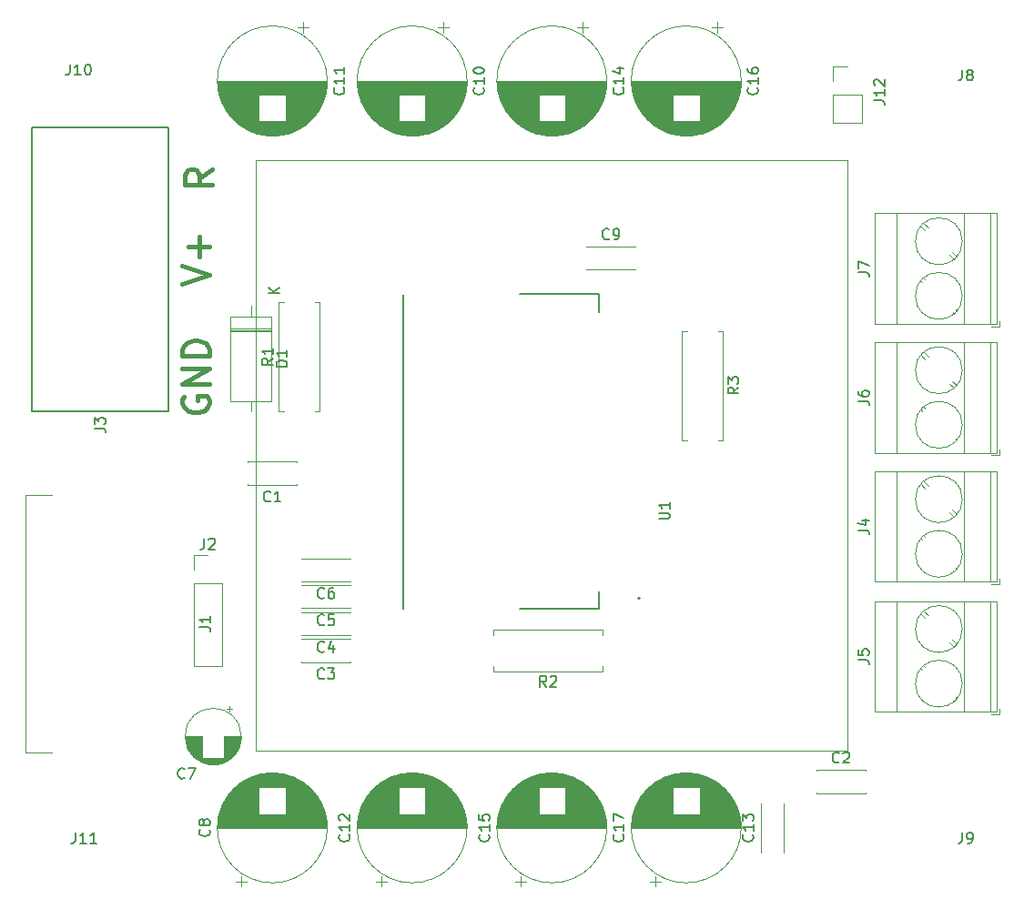
<source format=gbr>
G04 #@! TF.GenerationSoftware,KiCad,Pcbnew,(5.1.6)-1*
G04 #@! TF.CreationDate,2020-09-05T01:30:18-05:00*
G04 #@! TF.ProjectId,amplificador-200w,616d706c-6966-4696-9361-646f722d3230,rev?*
G04 #@! TF.SameCoordinates,Original*
G04 #@! TF.FileFunction,Legend,Top*
G04 #@! TF.FilePolarity,Positive*
%FSLAX46Y46*%
G04 Gerber Fmt 4.6, Leading zero omitted, Abs format (unit mm)*
G04 Created by KiCad (PCBNEW (5.1.6)-1) date 2020-09-05 01:30:18*
%MOMM*%
%LPD*%
G01*
G04 APERTURE LIST*
%ADD10C,0.400000*%
%ADD11C,0.120000*%
%ADD12C,0.200000*%
%ADD13C,0.127000*%
%ADD14C,0.150000*%
G04 APERTURE END LIST*
D10*
X114750000Y-91904761D02*
X114630952Y-92142857D01*
X114630952Y-92500000D01*
X114750000Y-92857142D01*
X114988095Y-93095238D01*
X115226190Y-93214285D01*
X115702380Y-93333333D01*
X116059523Y-93333333D01*
X116535714Y-93214285D01*
X116773809Y-93095238D01*
X117011904Y-92857142D01*
X117130952Y-92500000D01*
X117130952Y-92261904D01*
X117011904Y-91904761D01*
X116892857Y-91785714D01*
X116059523Y-91785714D01*
X116059523Y-92261904D01*
X117130952Y-90714285D02*
X114630952Y-90714285D01*
X117130952Y-89285714D01*
X114630952Y-89285714D01*
X117130952Y-88095238D02*
X114630952Y-88095238D01*
X114630952Y-87500000D01*
X114750000Y-87142857D01*
X114988095Y-86904761D01*
X115226190Y-86785714D01*
X115702380Y-86666666D01*
X116059523Y-86666666D01*
X116535714Y-86785714D01*
X116773809Y-86904761D01*
X117011904Y-87142857D01*
X117130952Y-87500000D01*
X117130952Y-88095238D01*
X114630952Y-81380952D02*
X117130952Y-80547619D01*
X114630952Y-79714285D01*
X116178571Y-78880952D02*
X116178571Y-76976190D01*
X117130952Y-77928571D02*
X115226190Y-77928571D01*
X117380952Y-70726190D02*
X116190476Y-71559523D01*
X117380952Y-72154761D02*
X114880952Y-72154761D01*
X114880952Y-71202380D01*
X115000000Y-70964285D01*
X115119047Y-70845238D01*
X115357142Y-70726190D01*
X115714285Y-70726190D01*
X115952380Y-70845238D01*
X116071428Y-70964285D01*
X116190476Y-71202380D01*
X116190476Y-72154761D01*
D11*
X121500000Y-124840000D02*
X121500000Y-69840000D01*
X121500000Y-69840000D02*
X176500000Y-69840000D01*
X176500000Y-69840000D02*
X176500000Y-124840000D01*
X176500000Y-124840000D02*
X121500000Y-124840000D01*
X175170000Y-66370000D02*
X177830000Y-66370000D01*
X175170000Y-63770000D02*
X175170000Y-66370000D01*
X177830000Y-63770000D02*
X177830000Y-66370000D01*
X175170000Y-63770000D02*
X177830000Y-63770000D01*
X175170000Y-62500000D02*
X175170000Y-61170000D01*
X175170000Y-61170000D02*
X176500000Y-61170000D01*
X166620000Y-132000000D02*
G75*
G03*
X166620000Y-132000000I-5120000J0D01*
G01*
X156420000Y-132000000D02*
X166580000Y-132000000D01*
X156420000Y-131960000D02*
X166580000Y-131960000D01*
X156420000Y-131920000D02*
X166580000Y-131920000D01*
X156421000Y-131880000D02*
X166579000Y-131880000D01*
X156422000Y-131840000D02*
X166578000Y-131840000D01*
X156423000Y-131800000D02*
X166577000Y-131800000D01*
X156425000Y-131760000D02*
X166575000Y-131760000D01*
X156427000Y-131720000D02*
X166573000Y-131720000D01*
X156430000Y-131680000D02*
X166570000Y-131680000D01*
X156432000Y-131640000D02*
X166568000Y-131640000D01*
X156435000Y-131600000D02*
X166565000Y-131600000D01*
X156438000Y-131560000D02*
X166562000Y-131560000D01*
X156442000Y-131520000D02*
X166558000Y-131520000D01*
X156446000Y-131480000D02*
X166554000Y-131480000D01*
X156450000Y-131440000D02*
X166550000Y-131440000D01*
X156455000Y-131400000D02*
X166545000Y-131400000D01*
X156460000Y-131360000D02*
X166540000Y-131360000D01*
X156465000Y-131320000D02*
X166535000Y-131320000D01*
X156470000Y-131279000D02*
X166530000Y-131279000D01*
X156476000Y-131239000D02*
X166524000Y-131239000D01*
X156482000Y-131199000D02*
X166518000Y-131199000D01*
X156489000Y-131159000D02*
X166511000Y-131159000D01*
X156496000Y-131119000D02*
X166504000Y-131119000D01*
X156503000Y-131079000D02*
X166497000Y-131079000D01*
X156510000Y-131039000D02*
X166490000Y-131039000D01*
X156518000Y-130999000D02*
X166482000Y-130999000D01*
X156526000Y-130959000D02*
X166474000Y-130959000D01*
X156535000Y-130919000D02*
X166465000Y-130919000D01*
X156544000Y-130879000D02*
X166456000Y-130879000D01*
X156553000Y-130839000D02*
X166447000Y-130839000D01*
X156562000Y-130799000D02*
X166438000Y-130799000D01*
X156572000Y-130759000D02*
X166428000Y-130759000D01*
X156582000Y-130719000D02*
X160259000Y-130719000D01*
X162741000Y-130719000D02*
X166418000Y-130719000D01*
X156593000Y-130679000D02*
X160259000Y-130679000D01*
X162741000Y-130679000D02*
X166407000Y-130679000D01*
X156603000Y-130639000D02*
X160259000Y-130639000D01*
X162741000Y-130639000D02*
X166397000Y-130639000D01*
X156615000Y-130599000D02*
X160259000Y-130599000D01*
X162741000Y-130599000D02*
X166385000Y-130599000D01*
X156626000Y-130559000D02*
X160259000Y-130559000D01*
X162741000Y-130559000D02*
X166374000Y-130559000D01*
X156638000Y-130519000D02*
X160259000Y-130519000D01*
X162741000Y-130519000D02*
X166362000Y-130519000D01*
X156650000Y-130479000D02*
X160259000Y-130479000D01*
X162741000Y-130479000D02*
X166350000Y-130479000D01*
X156663000Y-130439000D02*
X160259000Y-130439000D01*
X162741000Y-130439000D02*
X166337000Y-130439000D01*
X156676000Y-130399000D02*
X160259000Y-130399000D01*
X162741000Y-130399000D02*
X166324000Y-130399000D01*
X156689000Y-130359000D02*
X160259000Y-130359000D01*
X162741000Y-130359000D02*
X166311000Y-130359000D01*
X156703000Y-130319000D02*
X160259000Y-130319000D01*
X162741000Y-130319000D02*
X166297000Y-130319000D01*
X156717000Y-130279000D02*
X160259000Y-130279000D01*
X162741000Y-130279000D02*
X166283000Y-130279000D01*
X156732000Y-130239000D02*
X160259000Y-130239000D01*
X162741000Y-130239000D02*
X166268000Y-130239000D01*
X156746000Y-130199000D02*
X160259000Y-130199000D01*
X162741000Y-130199000D02*
X166254000Y-130199000D01*
X156762000Y-130159000D02*
X160259000Y-130159000D01*
X162741000Y-130159000D02*
X166238000Y-130159000D01*
X156777000Y-130119000D02*
X160259000Y-130119000D01*
X162741000Y-130119000D02*
X166223000Y-130119000D01*
X156793000Y-130079000D02*
X160259000Y-130079000D01*
X162741000Y-130079000D02*
X166207000Y-130079000D01*
X156810000Y-130039000D02*
X160259000Y-130039000D01*
X162741000Y-130039000D02*
X166190000Y-130039000D01*
X156826000Y-129999000D02*
X160259000Y-129999000D01*
X162741000Y-129999000D02*
X166174000Y-129999000D01*
X156843000Y-129959000D02*
X160259000Y-129959000D01*
X162741000Y-129959000D02*
X166157000Y-129959000D01*
X156861000Y-129919000D02*
X160259000Y-129919000D01*
X162741000Y-129919000D02*
X166139000Y-129919000D01*
X156879000Y-129879000D02*
X160259000Y-129879000D01*
X162741000Y-129879000D02*
X166121000Y-129879000D01*
X156897000Y-129839000D02*
X160259000Y-129839000D01*
X162741000Y-129839000D02*
X166103000Y-129839000D01*
X156916000Y-129799000D02*
X160259000Y-129799000D01*
X162741000Y-129799000D02*
X166084000Y-129799000D01*
X156936000Y-129759000D02*
X160259000Y-129759000D01*
X162741000Y-129759000D02*
X166064000Y-129759000D01*
X156955000Y-129719000D02*
X160259000Y-129719000D01*
X162741000Y-129719000D02*
X166045000Y-129719000D01*
X156975000Y-129679000D02*
X160259000Y-129679000D01*
X162741000Y-129679000D02*
X166025000Y-129679000D01*
X156996000Y-129639000D02*
X160259000Y-129639000D01*
X162741000Y-129639000D02*
X166004000Y-129639000D01*
X157017000Y-129599000D02*
X160259000Y-129599000D01*
X162741000Y-129599000D02*
X165983000Y-129599000D01*
X157038000Y-129559000D02*
X160259000Y-129559000D01*
X162741000Y-129559000D02*
X165962000Y-129559000D01*
X157060000Y-129519000D02*
X160259000Y-129519000D01*
X162741000Y-129519000D02*
X165940000Y-129519000D01*
X157083000Y-129479000D02*
X160259000Y-129479000D01*
X162741000Y-129479000D02*
X165917000Y-129479000D01*
X157105000Y-129439000D02*
X160259000Y-129439000D01*
X162741000Y-129439000D02*
X165895000Y-129439000D01*
X157129000Y-129399000D02*
X160259000Y-129399000D01*
X162741000Y-129399000D02*
X165871000Y-129399000D01*
X157153000Y-129359000D02*
X160259000Y-129359000D01*
X162741000Y-129359000D02*
X165847000Y-129359000D01*
X157177000Y-129319000D02*
X160259000Y-129319000D01*
X162741000Y-129319000D02*
X165823000Y-129319000D01*
X157202000Y-129279000D02*
X160259000Y-129279000D01*
X162741000Y-129279000D02*
X165798000Y-129279000D01*
X157227000Y-129239000D02*
X160259000Y-129239000D01*
X162741000Y-129239000D02*
X165773000Y-129239000D01*
X157253000Y-129199000D02*
X160259000Y-129199000D01*
X162741000Y-129199000D02*
X165747000Y-129199000D01*
X157279000Y-129159000D02*
X160259000Y-129159000D01*
X162741000Y-129159000D02*
X165721000Y-129159000D01*
X157306000Y-129119000D02*
X160259000Y-129119000D01*
X162741000Y-129119000D02*
X165694000Y-129119000D01*
X157334000Y-129079000D02*
X160259000Y-129079000D01*
X162741000Y-129079000D02*
X165666000Y-129079000D01*
X157362000Y-129039000D02*
X160259000Y-129039000D01*
X162741000Y-129039000D02*
X165638000Y-129039000D01*
X157390000Y-128999000D02*
X160259000Y-128999000D01*
X162741000Y-128999000D02*
X165610000Y-128999000D01*
X157420000Y-128959000D02*
X160259000Y-128959000D01*
X162741000Y-128959000D02*
X165580000Y-128959000D01*
X157450000Y-128919000D02*
X160259000Y-128919000D01*
X162741000Y-128919000D02*
X165550000Y-128919000D01*
X157480000Y-128879000D02*
X160259000Y-128879000D01*
X162741000Y-128879000D02*
X165520000Y-128879000D01*
X157511000Y-128839000D02*
X160259000Y-128839000D01*
X162741000Y-128839000D02*
X165489000Y-128839000D01*
X157543000Y-128799000D02*
X160259000Y-128799000D01*
X162741000Y-128799000D02*
X165457000Y-128799000D01*
X157575000Y-128759000D02*
X160259000Y-128759000D01*
X162741000Y-128759000D02*
X165425000Y-128759000D01*
X157608000Y-128719000D02*
X160259000Y-128719000D01*
X162741000Y-128719000D02*
X165392000Y-128719000D01*
X157642000Y-128679000D02*
X160259000Y-128679000D01*
X162741000Y-128679000D02*
X165358000Y-128679000D01*
X157676000Y-128639000D02*
X160259000Y-128639000D01*
X162741000Y-128639000D02*
X165324000Y-128639000D01*
X157711000Y-128599000D02*
X160259000Y-128599000D01*
X162741000Y-128599000D02*
X165289000Y-128599000D01*
X157747000Y-128559000D02*
X160259000Y-128559000D01*
X162741000Y-128559000D02*
X165253000Y-128559000D01*
X157784000Y-128519000D02*
X160259000Y-128519000D01*
X162741000Y-128519000D02*
X165216000Y-128519000D01*
X157821000Y-128479000D02*
X160259000Y-128479000D01*
X162741000Y-128479000D02*
X165179000Y-128479000D01*
X157860000Y-128439000D02*
X160259000Y-128439000D01*
X162741000Y-128439000D02*
X165140000Y-128439000D01*
X157899000Y-128399000D02*
X160259000Y-128399000D01*
X162741000Y-128399000D02*
X165101000Y-128399000D01*
X157939000Y-128359000D02*
X160259000Y-128359000D01*
X162741000Y-128359000D02*
X165061000Y-128359000D01*
X157980000Y-128319000D02*
X160259000Y-128319000D01*
X162741000Y-128319000D02*
X165020000Y-128319000D01*
X158022000Y-128279000D02*
X160259000Y-128279000D01*
X162741000Y-128279000D02*
X164978000Y-128279000D01*
X158064000Y-128239000D02*
X164936000Y-128239000D01*
X158108000Y-128199000D02*
X164892000Y-128199000D01*
X158153000Y-128159000D02*
X164847000Y-128159000D01*
X158199000Y-128119000D02*
X164801000Y-128119000D01*
X158246000Y-128079000D02*
X164754000Y-128079000D01*
X158294000Y-128039000D02*
X164706000Y-128039000D01*
X158344000Y-127999000D02*
X164656000Y-127999000D01*
X158394000Y-127959000D02*
X164606000Y-127959000D01*
X158446000Y-127919000D02*
X164554000Y-127919000D01*
X158500000Y-127879000D02*
X164500000Y-127879000D01*
X158555000Y-127839000D02*
X164445000Y-127839000D01*
X158611000Y-127799000D02*
X164389000Y-127799000D01*
X158670000Y-127759000D02*
X164330000Y-127759000D01*
X158730000Y-127719000D02*
X164270000Y-127719000D01*
X158791000Y-127679000D02*
X164209000Y-127679000D01*
X158855000Y-127639000D02*
X164145000Y-127639000D01*
X158921000Y-127599000D02*
X164079000Y-127599000D01*
X158990000Y-127559000D02*
X164010000Y-127559000D01*
X159061000Y-127519000D02*
X163939000Y-127519000D01*
X159135000Y-127479000D02*
X163865000Y-127479000D01*
X159211000Y-127439000D02*
X163789000Y-127439000D01*
X159291000Y-127399000D02*
X163709000Y-127399000D01*
X159375000Y-127359000D02*
X163625000Y-127359000D01*
X159463000Y-127319000D02*
X163537000Y-127319000D01*
X159556000Y-127279000D02*
X163444000Y-127279000D01*
X159654000Y-127239000D02*
X163346000Y-127239000D01*
X159758000Y-127199000D02*
X163242000Y-127199000D01*
X159870000Y-127159000D02*
X163130000Y-127159000D01*
X159990000Y-127119000D02*
X163010000Y-127119000D01*
X160122000Y-127079000D02*
X162878000Y-127079000D01*
X160270000Y-127039000D02*
X162730000Y-127039000D01*
X160438000Y-126999000D02*
X162562000Y-126999000D01*
X160638000Y-126959000D02*
X162362000Y-126959000D01*
X160901000Y-126919000D02*
X162099000Y-126919000D01*
X158625000Y-137479646D02*
X158625000Y-136479646D01*
X158125000Y-136979646D02*
X159125000Y-136979646D01*
X166620000Y-62500000D02*
G75*
G03*
X166620000Y-62500000I-5120000J0D01*
G01*
X166580000Y-62500000D02*
X156420000Y-62500000D01*
X166580000Y-62540000D02*
X156420000Y-62540000D01*
X166580000Y-62580000D02*
X156420000Y-62580000D01*
X166579000Y-62620000D02*
X156421000Y-62620000D01*
X166578000Y-62660000D02*
X156422000Y-62660000D01*
X166577000Y-62700000D02*
X156423000Y-62700000D01*
X166575000Y-62740000D02*
X156425000Y-62740000D01*
X166573000Y-62780000D02*
X156427000Y-62780000D01*
X166570000Y-62820000D02*
X156430000Y-62820000D01*
X166568000Y-62860000D02*
X156432000Y-62860000D01*
X166565000Y-62900000D02*
X156435000Y-62900000D01*
X166562000Y-62940000D02*
X156438000Y-62940000D01*
X166558000Y-62980000D02*
X156442000Y-62980000D01*
X166554000Y-63020000D02*
X156446000Y-63020000D01*
X166550000Y-63060000D02*
X156450000Y-63060000D01*
X166545000Y-63100000D02*
X156455000Y-63100000D01*
X166540000Y-63140000D02*
X156460000Y-63140000D01*
X166535000Y-63180000D02*
X156465000Y-63180000D01*
X166530000Y-63221000D02*
X156470000Y-63221000D01*
X166524000Y-63261000D02*
X156476000Y-63261000D01*
X166518000Y-63301000D02*
X156482000Y-63301000D01*
X166511000Y-63341000D02*
X156489000Y-63341000D01*
X166504000Y-63381000D02*
X156496000Y-63381000D01*
X166497000Y-63421000D02*
X156503000Y-63421000D01*
X166490000Y-63461000D02*
X156510000Y-63461000D01*
X166482000Y-63501000D02*
X156518000Y-63501000D01*
X166474000Y-63541000D02*
X156526000Y-63541000D01*
X166465000Y-63581000D02*
X156535000Y-63581000D01*
X166456000Y-63621000D02*
X156544000Y-63621000D01*
X166447000Y-63661000D02*
X156553000Y-63661000D01*
X166438000Y-63701000D02*
X156562000Y-63701000D01*
X166428000Y-63741000D02*
X156572000Y-63741000D01*
X166418000Y-63781000D02*
X162741000Y-63781000D01*
X160259000Y-63781000D02*
X156582000Y-63781000D01*
X166407000Y-63821000D02*
X162741000Y-63821000D01*
X160259000Y-63821000D02*
X156593000Y-63821000D01*
X166397000Y-63861000D02*
X162741000Y-63861000D01*
X160259000Y-63861000D02*
X156603000Y-63861000D01*
X166385000Y-63901000D02*
X162741000Y-63901000D01*
X160259000Y-63901000D02*
X156615000Y-63901000D01*
X166374000Y-63941000D02*
X162741000Y-63941000D01*
X160259000Y-63941000D02*
X156626000Y-63941000D01*
X166362000Y-63981000D02*
X162741000Y-63981000D01*
X160259000Y-63981000D02*
X156638000Y-63981000D01*
X166350000Y-64021000D02*
X162741000Y-64021000D01*
X160259000Y-64021000D02*
X156650000Y-64021000D01*
X166337000Y-64061000D02*
X162741000Y-64061000D01*
X160259000Y-64061000D02*
X156663000Y-64061000D01*
X166324000Y-64101000D02*
X162741000Y-64101000D01*
X160259000Y-64101000D02*
X156676000Y-64101000D01*
X166311000Y-64141000D02*
X162741000Y-64141000D01*
X160259000Y-64141000D02*
X156689000Y-64141000D01*
X166297000Y-64181000D02*
X162741000Y-64181000D01*
X160259000Y-64181000D02*
X156703000Y-64181000D01*
X166283000Y-64221000D02*
X162741000Y-64221000D01*
X160259000Y-64221000D02*
X156717000Y-64221000D01*
X166268000Y-64261000D02*
X162741000Y-64261000D01*
X160259000Y-64261000D02*
X156732000Y-64261000D01*
X166254000Y-64301000D02*
X162741000Y-64301000D01*
X160259000Y-64301000D02*
X156746000Y-64301000D01*
X166238000Y-64341000D02*
X162741000Y-64341000D01*
X160259000Y-64341000D02*
X156762000Y-64341000D01*
X166223000Y-64381000D02*
X162741000Y-64381000D01*
X160259000Y-64381000D02*
X156777000Y-64381000D01*
X166207000Y-64421000D02*
X162741000Y-64421000D01*
X160259000Y-64421000D02*
X156793000Y-64421000D01*
X166190000Y-64461000D02*
X162741000Y-64461000D01*
X160259000Y-64461000D02*
X156810000Y-64461000D01*
X166174000Y-64501000D02*
X162741000Y-64501000D01*
X160259000Y-64501000D02*
X156826000Y-64501000D01*
X166157000Y-64541000D02*
X162741000Y-64541000D01*
X160259000Y-64541000D02*
X156843000Y-64541000D01*
X166139000Y-64581000D02*
X162741000Y-64581000D01*
X160259000Y-64581000D02*
X156861000Y-64581000D01*
X166121000Y-64621000D02*
X162741000Y-64621000D01*
X160259000Y-64621000D02*
X156879000Y-64621000D01*
X166103000Y-64661000D02*
X162741000Y-64661000D01*
X160259000Y-64661000D02*
X156897000Y-64661000D01*
X166084000Y-64701000D02*
X162741000Y-64701000D01*
X160259000Y-64701000D02*
X156916000Y-64701000D01*
X166064000Y-64741000D02*
X162741000Y-64741000D01*
X160259000Y-64741000D02*
X156936000Y-64741000D01*
X166045000Y-64781000D02*
X162741000Y-64781000D01*
X160259000Y-64781000D02*
X156955000Y-64781000D01*
X166025000Y-64821000D02*
X162741000Y-64821000D01*
X160259000Y-64821000D02*
X156975000Y-64821000D01*
X166004000Y-64861000D02*
X162741000Y-64861000D01*
X160259000Y-64861000D02*
X156996000Y-64861000D01*
X165983000Y-64901000D02*
X162741000Y-64901000D01*
X160259000Y-64901000D02*
X157017000Y-64901000D01*
X165962000Y-64941000D02*
X162741000Y-64941000D01*
X160259000Y-64941000D02*
X157038000Y-64941000D01*
X165940000Y-64981000D02*
X162741000Y-64981000D01*
X160259000Y-64981000D02*
X157060000Y-64981000D01*
X165917000Y-65021000D02*
X162741000Y-65021000D01*
X160259000Y-65021000D02*
X157083000Y-65021000D01*
X165895000Y-65061000D02*
X162741000Y-65061000D01*
X160259000Y-65061000D02*
X157105000Y-65061000D01*
X165871000Y-65101000D02*
X162741000Y-65101000D01*
X160259000Y-65101000D02*
X157129000Y-65101000D01*
X165847000Y-65141000D02*
X162741000Y-65141000D01*
X160259000Y-65141000D02*
X157153000Y-65141000D01*
X165823000Y-65181000D02*
X162741000Y-65181000D01*
X160259000Y-65181000D02*
X157177000Y-65181000D01*
X165798000Y-65221000D02*
X162741000Y-65221000D01*
X160259000Y-65221000D02*
X157202000Y-65221000D01*
X165773000Y-65261000D02*
X162741000Y-65261000D01*
X160259000Y-65261000D02*
X157227000Y-65261000D01*
X165747000Y-65301000D02*
X162741000Y-65301000D01*
X160259000Y-65301000D02*
X157253000Y-65301000D01*
X165721000Y-65341000D02*
X162741000Y-65341000D01*
X160259000Y-65341000D02*
X157279000Y-65341000D01*
X165694000Y-65381000D02*
X162741000Y-65381000D01*
X160259000Y-65381000D02*
X157306000Y-65381000D01*
X165666000Y-65421000D02*
X162741000Y-65421000D01*
X160259000Y-65421000D02*
X157334000Y-65421000D01*
X165638000Y-65461000D02*
X162741000Y-65461000D01*
X160259000Y-65461000D02*
X157362000Y-65461000D01*
X165610000Y-65501000D02*
X162741000Y-65501000D01*
X160259000Y-65501000D02*
X157390000Y-65501000D01*
X165580000Y-65541000D02*
X162741000Y-65541000D01*
X160259000Y-65541000D02*
X157420000Y-65541000D01*
X165550000Y-65581000D02*
X162741000Y-65581000D01*
X160259000Y-65581000D02*
X157450000Y-65581000D01*
X165520000Y-65621000D02*
X162741000Y-65621000D01*
X160259000Y-65621000D02*
X157480000Y-65621000D01*
X165489000Y-65661000D02*
X162741000Y-65661000D01*
X160259000Y-65661000D02*
X157511000Y-65661000D01*
X165457000Y-65701000D02*
X162741000Y-65701000D01*
X160259000Y-65701000D02*
X157543000Y-65701000D01*
X165425000Y-65741000D02*
X162741000Y-65741000D01*
X160259000Y-65741000D02*
X157575000Y-65741000D01*
X165392000Y-65781000D02*
X162741000Y-65781000D01*
X160259000Y-65781000D02*
X157608000Y-65781000D01*
X165358000Y-65821000D02*
X162741000Y-65821000D01*
X160259000Y-65821000D02*
X157642000Y-65821000D01*
X165324000Y-65861000D02*
X162741000Y-65861000D01*
X160259000Y-65861000D02*
X157676000Y-65861000D01*
X165289000Y-65901000D02*
X162741000Y-65901000D01*
X160259000Y-65901000D02*
X157711000Y-65901000D01*
X165253000Y-65941000D02*
X162741000Y-65941000D01*
X160259000Y-65941000D02*
X157747000Y-65941000D01*
X165216000Y-65981000D02*
X162741000Y-65981000D01*
X160259000Y-65981000D02*
X157784000Y-65981000D01*
X165179000Y-66021000D02*
X162741000Y-66021000D01*
X160259000Y-66021000D02*
X157821000Y-66021000D01*
X165140000Y-66061000D02*
X162741000Y-66061000D01*
X160259000Y-66061000D02*
X157860000Y-66061000D01*
X165101000Y-66101000D02*
X162741000Y-66101000D01*
X160259000Y-66101000D02*
X157899000Y-66101000D01*
X165061000Y-66141000D02*
X162741000Y-66141000D01*
X160259000Y-66141000D02*
X157939000Y-66141000D01*
X165020000Y-66181000D02*
X162741000Y-66181000D01*
X160259000Y-66181000D02*
X157980000Y-66181000D01*
X164978000Y-66221000D02*
X162741000Y-66221000D01*
X160259000Y-66221000D02*
X158022000Y-66221000D01*
X164936000Y-66261000D02*
X158064000Y-66261000D01*
X164892000Y-66301000D02*
X158108000Y-66301000D01*
X164847000Y-66341000D02*
X158153000Y-66341000D01*
X164801000Y-66381000D02*
X158199000Y-66381000D01*
X164754000Y-66421000D02*
X158246000Y-66421000D01*
X164706000Y-66461000D02*
X158294000Y-66461000D01*
X164656000Y-66501000D02*
X158344000Y-66501000D01*
X164606000Y-66541000D02*
X158394000Y-66541000D01*
X164554000Y-66581000D02*
X158446000Y-66581000D01*
X164500000Y-66621000D02*
X158500000Y-66621000D01*
X164445000Y-66661000D02*
X158555000Y-66661000D01*
X164389000Y-66701000D02*
X158611000Y-66701000D01*
X164330000Y-66741000D02*
X158670000Y-66741000D01*
X164270000Y-66781000D02*
X158730000Y-66781000D01*
X164209000Y-66821000D02*
X158791000Y-66821000D01*
X164145000Y-66861000D02*
X158855000Y-66861000D01*
X164079000Y-66901000D02*
X158921000Y-66901000D01*
X164010000Y-66941000D02*
X158990000Y-66941000D01*
X163939000Y-66981000D02*
X159061000Y-66981000D01*
X163865000Y-67021000D02*
X159135000Y-67021000D01*
X163789000Y-67061000D02*
X159211000Y-67061000D01*
X163709000Y-67101000D02*
X159291000Y-67101000D01*
X163625000Y-67141000D02*
X159375000Y-67141000D01*
X163537000Y-67181000D02*
X159463000Y-67181000D01*
X163444000Y-67221000D02*
X159556000Y-67221000D01*
X163346000Y-67261000D02*
X159654000Y-67261000D01*
X163242000Y-67301000D02*
X159758000Y-67301000D01*
X163130000Y-67341000D02*
X159870000Y-67341000D01*
X163010000Y-67381000D02*
X159990000Y-67381000D01*
X162878000Y-67421000D02*
X160122000Y-67421000D01*
X162730000Y-67461000D02*
X160270000Y-67461000D01*
X162562000Y-67501000D02*
X160438000Y-67501000D01*
X162362000Y-67541000D02*
X160638000Y-67541000D01*
X162099000Y-67581000D02*
X160901000Y-67581000D01*
X164375000Y-57020354D02*
X164375000Y-58020354D01*
X164875000Y-57520354D02*
X163875000Y-57520354D01*
X154120000Y-132000000D02*
G75*
G03*
X154120000Y-132000000I-5120000J0D01*
G01*
X143920000Y-132000000D02*
X154080000Y-132000000D01*
X143920000Y-131960000D02*
X154080000Y-131960000D01*
X143920000Y-131920000D02*
X154080000Y-131920000D01*
X143921000Y-131880000D02*
X154079000Y-131880000D01*
X143922000Y-131840000D02*
X154078000Y-131840000D01*
X143923000Y-131800000D02*
X154077000Y-131800000D01*
X143925000Y-131760000D02*
X154075000Y-131760000D01*
X143927000Y-131720000D02*
X154073000Y-131720000D01*
X143930000Y-131680000D02*
X154070000Y-131680000D01*
X143932000Y-131640000D02*
X154068000Y-131640000D01*
X143935000Y-131600000D02*
X154065000Y-131600000D01*
X143938000Y-131560000D02*
X154062000Y-131560000D01*
X143942000Y-131520000D02*
X154058000Y-131520000D01*
X143946000Y-131480000D02*
X154054000Y-131480000D01*
X143950000Y-131440000D02*
X154050000Y-131440000D01*
X143955000Y-131400000D02*
X154045000Y-131400000D01*
X143960000Y-131360000D02*
X154040000Y-131360000D01*
X143965000Y-131320000D02*
X154035000Y-131320000D01*
X143970000Y-131279000D02*
X154030000Y-131279000D01*
X143976000Y-131239000D02*
X154024000Y-131239000D01*
X143982000Y-131199000D02*
X154018000Y-131199000D01*
X143989000Y-131159000D02*
X154011000Y-131159000D01*
X143996000Y-131119000D02*
X154004000Y-131119000D01*
X144003000Y-131079000D02*
X153997000Y-131079000D01*
X144010000Y-131039000D02*
X153990000Y-131039000D01*
X144018000Y-130999000D02*
X153982000Y-130999000D01*
X144026000Y-130959000D02*
X153974000Y-130959000D01*
X144035000Y-130919000D02*
X153965000Y-130919000D01*
X144044000Y-130879000D02*
X153956000Y-130879000D01*
X144053000Y-130839000D02*
X153947000Y-130839000D01*
X144062000Y-130799000D02*
X153938000Y-130799000D01*
X144072000Y-130759000D02*
X153928000Y-130759000D01*
X144082000Y-130719000D02*
X147759000Y-130719000D01*
X150241000Y-130719000D02*
X153918000Y-130719000D01*
X144093000Y-130679000D02*
X147759000Y-130679000D01*
X150241000Y-130679000D02*
X153907000Y-130679000D01*
X144103000Y-130639000D02*
X147759000Y-130639000D01*
X150241000Y-130639000D02*
X153897000Y-130639000D01*
X144115000Y-130599000D02*
X147759000Y-130599000D01*
X150241000Y-130599000D02*
X153885000Y-130599000D01*
X144126000Y-130559000D02*
X147759000Y-130559000D01*
X150241000Y-130559000D02*
X153874000Y-130559000D01*
X144138000Y-130519000D02*
X147759000Y-130519000D01*
X150241000Y-130519000D02*
X153862000Y-130519000D01*
X144150000Y-130479000D02*
X147759000Y-130479000D01*
X150241000Y-130479000D02*
X153850000Y-130479000D01*
X144163000Y-130439000D02*
X147759000Y-130439000D01*
X150241000Y-130439000D02*
X153837000Y-130439000D01*
X144176000Y-130399000D02*
X147759000Y-130399000D01*
X150241000Y-130399000D02*
X153824000Y-130399000D01*
X144189000Y-130359000D02*
X147759000Y-130359000D01*
X150241000Y-130359000D02*
X153811000Y-130359000D01*
X144203000Y-130319000D02*
X147759000Y-130319000D01*
X150241000Y-130319000D02*
X153797000Y-130319000D01*
X144217000Y-130279000D02*
X147759000Y-130279000D01*
X150241000Y-130279000D02*
X153783000Y-130279000D01*
X144232000Y-130239000D02*
X147759000Y-130239000D01*
X150241000Y-130239000D02*
X153768000Y-130239000D01*
X144246000Y-130199000D02*
X147759000Y-130199000D01*
X150241000Y-130199000D02*
X153754000Y-130199000D01*
X144262000Y-130159000D02*
X147759000Y-130159000D01*
X150241000Y-130159000D02*
X153738000Y-130159000D01*
X144277000Y-130119000D02*
X147759000Y-130119000D01*
X150241000Y-130119000D02*
X153723000Y-130119000D01*
X144293000Y-130079000D02*
X147759000Y-130079000D01*
X150241000Y-130079000D02*
X153707000Y-130079000D01*
X144310000Y-130039000D02*
X147759000Y-130039000D01*
X150241000Y-130039000D02*
X153690000Y-130039000D01*
X144326000Y-129999000D02*
X147759000Y-129999000D01*
X150241000Y-129999000D02*
X153674000Y-129999000D01*
X144343000Y-129959000D02*
X147759000Y-129959000D01*
X150241000Y-129959000D02*
X153657000Y-129959000D01*
X144361000Y-129919000D02*
X147759000Y-129919000D01*
X150241000Y-129919000D02*
X153639000Y-129919000D01*
X144379000Y-129879000D02*
X147759000Y-129879000D01*
X150241000Y-129879000D02*
X153621000Y-129879000D01*
X144397000Y-129839000D02*
X147759000Y-129839000D01*
X150241000Y-129839000D02*
X153603000Y-129839000D01*
X144416000Y-129799000D02*
X147759000Y-129799000D01*
X150241000Y-129799000D02*
X153584000Y-129799000D01*
X144436000Y-129759000D02*
X147759000Y-129759000D01*
X150241000Y-129759000D02*
X153564000Y-129759000D01*
X144455000Y-129719000D02*
X147759000Y-129719000D01*
X150241000Y-129719000D02*
X153545000Y-129719000D01*
X144475000Y-129679000D02*
X147759000Y-129679000D01*
X150241000Y-129679000D02*
X153525000Y-129679000D01*
X144496000Y-129639000D02*
X147759000Y-129639000D01*
X150241000Y-129639000D02*
X153504000Y-129639000D01*
X144517000Y-129599000D02*
X147759000Y-129599000D01*
X150241000Y-129599000D02*
X153483000Y-129599000D01*
X144538000Y-129559000D02*
X147759000Y-129559000D01*
X150241000Y-129559000D02*
X153462000Y-129559000D01*
X144560000Y-129519000D02*
X147759000Y-129519000D01*
X150241000Y-129519000D02*
X153440000Y-129519000D01*
X144583000Y-129479000D02*
X147759000Y-129479000D01*
X150241000Y-129479000D02*
X153417000Y-129479000D01*
X144605000Y-129439000D02*
X147759000Y-129439000D01*
X150241000Y-129439000D02*
X153395000Y-129439000D01*
X144629000Y-129399000D02*
X147759000Y-129399000D01*
X150241000Y-129399000D02*
X153371000Y-129399000D01*
X144653000Y-129359000D02*
X147759000Y-129359000D01*
X150241000Y-129359000D02*
X153347000Y-129359000D01*
X144677000Y-129319000D02*
X147759000Y-129319000D01*
X150241000Y-129319000D02*
X153323000Y-129319000D01*
X144702000Y-129279000D02*
X147759000Y-129279000D01*
X150241000Y-129279000D02*
X153298000Y-129279000D01*
X144727000Y-129239000D02*
X147759000Y-129239000D01*
X150241000Y-129239000D02*
X153273000Y-129239000D01*
X144753000Y-129199000D02*
X147759000Y-129199000D01*
X150241000Y-129199000D02*
X153247000Y-129199000D01*
X144779000Y-129159000D02*
X147759000Y-129159000D01*
X150241000Y-129159000D02*
X153221000Y-129159000D01*
X144806000Y-129119000D02*
X147759000Y-129119000D01*
X150241000Y-129119000D02*
X153194000Y-129119000D01*
X144834000Y-129079000D02*
X147759000Y-129079000D01*
X150241000Y-129079000D02*
X153166000Y-129079000D01*
X144862000Y-129039000D02*
X147759000Y-129039000D01*
X150241000Y-129039000D02*
X153138000Y-129039000D01*
X144890000Y-128999000D02*
X147759000Y-128999000D01*
X150241000Y-128999000D02*
X153110000Y-128999000D01*
X144920000Y-128959000D02*
X147759000Y-128959000D01*
X150241000Y-128959000D02*
X153080000Y-128959000D01*
X144950000Y-128919000D02*
X147759000Y-128919000D01*
X150241000Y-128919000D02*
X153050000Y-128919000D01*
X144980000Y-128879000D02*
X147759000Y-128879000D01*
X150241000Y-128879000D02*
X153020000Y-128879000D01*
X145011000Y-128839000D02*
X147759000Y-128839000D01*
X150241000Y-128839000D02*
X152989000Y-128839000D01*
X145043000Y-128799000D02*
X147759000Y-128799000D01*
X150241000Y-128799000D02*
X152957000Y-128799000D01*
X145075000Y-128759000D02*
X147759000Y-128759000D01*
X150241000Y-128759000D02*
X152925000Y-128759000D01*
X145108000Y-128719000D02*
X147759000Y-128719000D01*
X150241000Y-128719000D02*
X152892000Y-128719000D01*
X145142000Y-128679000D02*
X147759000Y-128679000D01*
X150241000Y-128679000D02*
X152858000Y-128679000D01*
X145176000Y-128639000D02*
X147759000Y-128639000D01*
X150241000Y-128639000D02*
X152824000Y-128639000D01*
X145211000Y-128599000D02*
X147759000Y-128599000D01*
X150241000Y-128599000D02*
X152789000Y-128599000D01*
X145247000Y-128559000D02*
X147759000Y-128559000D01*
X150241000Y-128559000D02*
X152753000Y-128559000D01*
X145284000Y-128519000D02*
X147759000Y-128519000D01*
X150241000Y-128519000D02*
X152716000Y-128519000D01*
X145321000Y-128479000D02*
X147759000Y-128479000D01*
X150241000Y-128479000D02*
X152679000Y-128479000D01*
X145360000Y-128439000D02*
X147759000Y-128439000D01*
X150241000Y-128439000D02*
X152640000Y-128439000D01*
X145399000Y-128399000D02*
X147759000Y-128399000D01*
X150241000Y-128399000D02*
X152601000Y-128399000D01*
X145439000Y-128359000D02*
X147759000Y-128359000D01*
X150241000Y-128359000D02*
X152561000Y-128359000D01*
X145480000Y-128319000D02*
X147759000Y-128319000D01*
X150241000Y-128319000D02*
X152520000Y-128319000D01*
X145522000Y-128279000D02*
X147759000Y-128279000D01*
X150241000Y-128279000D02*
X152478000Y-128279000D01*
X145564000Y-128239000D02*
X152436000Y-128239000D01*
X145608000Y-128199000D02*
X152392000Y-128199000D01*
X145653000Y-128159000D02*
X152347000Y-128159000D01*
X145699000Y-128119000D02*
X152301000Y-128119000D01*
X145746000Y-128079000D02*
X152254000Y-128079000D01*
X145794000Y-128039000D02*
X152206000Y-128039000D01*
X145844000Y-127999000D02*
X152156000Y-127999000D01*
X145894000Y-127959000D02*
X152106000Y-127959000D01*
X145946000Y-127919000D02*
X152054000Y-127919000D01*
X146000000Y-127879000D02*
X152000000Y-127879000D01*
X146055000Y-127839000D02*
X151945000Y-127839000D01*
X146111000Y-127799000D02*
X151889000Y-127799000D01*
X146170000Y-127759000D02*
X151830000Y-127759000D01*
X146230000Y-127719000D02*
X151770000Y-127719000D01*
X146291000Y-127679000D02*
X151709000Y-127679000D01*
X146355000Y-127639000D02*
X151645000Y-127639000D01*
X146421000Y-127599000D02*
X151579000Y-127599000D01*
X146490000Y-127559000D02*
X151510000Y-127559000D01*
X146561000Y-127519000D02*
X151439000Y-127519000D01*
X146635000Y-127479000D02*
X151365000Y-127479000D01*
X146711000Y-127439000D02*
X151289000Y-127439000D01*
X146791000Y-127399000D02*
X151209000Y-127399000D01*
X146875000Y-127359000D02*
X151125000Y-127359000D01*
X146963000Y-127319000D02*
X151037000Y-127319000D01*
X147056000Y-127279000D02*
X150944000Y-127279000D01*
X147154000Y-127239000D02*
X150846000Y-127239000D01*
X147258000Y-127199000D02*
X150742000Y-127199000D01*
X147370000Y-127159000D02*
X150630000Y-127159000D01*
X147490000Y-127119000D02*
X150510000Y-127119000D01*
X147622000Y-127079000D02*
X150378000Y-127079000D01*
X147770000Y-127039000D02*
X150230000Y-127039000D01*
X147938000Y-126999000D02*
X150062000Y-126999000D01*
X148138000Y-126959000D02*
X149862000Y-126959000D01*
X148401000Y-126919000D02*
X149599000Y-126919000D01*
X146125000Y-137479646D02*
X146125000Y-136479646D01*
X145625000Y-136979646D02*
X146625000Y-136979646D01*
X154120000Y-62500000D02*
G75*
G03*
X154120000Y-62500000I-5120000J0D01*
G01*
X154080000Y-62500000D02*
X143920000Y-62500000D01*
X154080000Y-62540000D02*
X143920000Y-62540000D01*
X154080000Y-62580000D02*
X143920000Y-62580000D01*
X154079000Y-62620000D02*
X143921000Y-62620000D01*
X154078000Y-62660000D02*
X143922000Y-62660000D01*
X154077000Y-62700000D02*
X143923000Y-62700000D01*
X154075000Y-62740000D02*
X143925000Y-62740000D01*
X154073000Y-62780000D02*
X143927000Y-62780000D01*
X154070000Y-62820000D02*
X143930000Y-62820000D01*
X154068000Y-62860000D02*
X143932000Y-62860000D01*
X154065000Y-62900000D02*
X143935000Y-62900000D01*
X154062000Y-62940000D02*
X143938000Y-62940000D01*
X154058000Y-62980000D02*
X143942000Y-62980000D01*
X154054000Y-63020000D02*
X143946000Y-63020000D01*
X154050000Y-63060000D02*
X143950000Y-63060000D01*
X154045000Y-63100000D02*
X143955000Y-63100000D01*
X154040000Y-63140000D02*
X143960000Y-63140000D01*
X154035000Y-63180000D02*
X143965000Y-63180000D01*
X154030000Y-63221000D02*
X143970000Y-63221000D01*
X154024000Y-63261000D02*
X143976000Y-63261000D01*
X154018000Y-63301000D02*
X143982000Y-63301000D01*
X154011000Y-63341000D02*
X143989000Y-63341000D01*
X154004000Y-63381000D02*
X143996000Y-63381000D01*
X153997000Y-63421000D02*
X144003000Y-63421000D01*
X153990000Y-63461000D02*
X144010000Y-63461000D01*
X153982000Y-63501000D02*
X144018000Y-63501000D01*
X153974000Y-63541000D02*
X144026000Y-63541000D01*
X153965000Y-63581000D02*
X144035000Y-63581000D01*
X153956000Y-63621000D02*
X144044000Y-63621000D01*
X153947000Y-63661000D02*
X144053000Y-63661000D01*
X153938000Y-63701000D02*
X144062000Y-63701000D01*
X153928000Y-63741000D02*
X144072000Y-63741000D01*
X153918000Y-63781000D02*
X150241000Y-63781000D01*
X147759000Y-63781000D02*
X144082000Y-63781000D01*
X153907000Y-63821000D02*
X150241000Y-63821000D01*
X147759000Y-63821000D02*
X144093000Y-63821000D01*
X153897000Y-63861000D02*
X150241000Y-63861000D01*
X147759000Y-63861000D02*
X144103000Y-63861000D01*
X153885000Y-63901000D02*
X150241000Y-63901000D01*
X147759000Y-63901000D02*
X144115000Y-63901000D01*
X153874000Y-63941000D02*
X150241000Y-63941000D01*
X147759000Y-63941000D02*
X144126000Y-63941000D01*
X153862000Y-63981000D02*
X150241000Y-63981000D01*
X147759000Y-63981000D02*
X144138000Y-63981000D01*
X153850000Y-64021000D02*
X150241000Y-64021000D01*
X147759000Y-64021000D02*
X144150000Y-64021000D01*
X153837000Y-64061000D02*
X150241000Y-64061000D01*
X147759000Y-64061000D02*
X144163000Y-64061000D01*
X153824000Y-64101000D02*
X150241000Y-64101000D01*
X147759000Y-64101000D02*
X144176000Y-64101000D01*
X153811000Y-64141000D02*
X150241000Y-64141000D01*
X147759000Y-64141000D02*
X144189000Y-64141000D01*
X153797000Y-64181000D02*
X150241000Y-64181000D01*
X147759000Y-64181000D02*
X144203000Y-64181000D01*
X153783000Y-64221000D02*
X150241000Y-64221000D01*
X147759000Y-64221000D02*
X144217000Y-64221000D01*
X153768000Y-64261000D02*
X150241000Y-64261000D01*
X147759000Y-64261000D02*
X144232000Y-64261000D01*
X153754000Y-64301000D02*
X150241000Y-64301000D01*
X147759000Y-64301000D02*
X144246000Y-64301000D01*
X153738000Y-64341000D02*
X150241000Y-64341000D01*
X147759000Y-64341000D02*
X144262000Y-64341000D01*
X153723000Y-64381000D02*
X150241000Y-64381000D01*
X147759000Y-64381000D02*
X144277000Y-64381000D01*
X153707000Y-64421000D02*
X150241000Y-64421000D01*
X147759000Y-64421000D02*
X144293000Y-64421000D01*
X153690000Y-64461000D02*
X150241000Y-64461000D01*
X147759000Y-64461000D02*
X144310000Y-64461000D01*
X153674000Y-64501000D02*
X150241000Y-64501000D01*
X147759000Y-64501000D02*
X144326000Y-64501000D01*
X153657000Y-64541000D02*
X150241000Y-64541000D01*
X147759000Y-64541000D02*
X144343000Y-64541000D01*
X153639000Y-64581000D02*
X150241000Y-64581000D01*
X147759000Y-64581000D02*
X144361000Y-64581000D01*
X153621000Y-64621000D02*
X150241000Y-64621000D01*
X147759000Y-64621000D02*
X144379000Y-64621000D01*
X153603000Y-64661000D02*
X150241000Y-64661000D01*
X147759000Y-64661000D02*
X144397000Y-64661000D01*
X153584000Y-64701000D02*
X150241000Y-64701000D01*
X147759000Y-64701000D02*
X144416000Y-64701000D01*
X153564000Y-64741000D02*
X150241000Y-64741000D01*
X147759000Y-64741000D02*
X144436000Y-64741000D01*
X153545000Y-64781000D02*
X150241000Y-64781000D01*
X147759000Y-64781000D02*
X144455000Y-64781000D01*
X153525000Y-64821000D02*
X150241000Y-64821000D01*
X147759000Y-64821000D02*
X144475000Y-64821000D01*
X153504000Y-64861000D02*
X150241000Y-64861000D01*
X147759000Y-64861000D02*
X144496000Y-64861000D01*
X153483000Y-64901000D02*
X150241000Y-64901000D01*
X147759000Y-64901000D02*
X144517000Y-64901000D01*
X153462000Y-64941000D02*
X150241000Y-64941000D01*
X147759000Y-64941000D02*
X144538000Y-64941000D01*
X153440000Y-64981000D02*
X150241000Y-64981000D01*
X147759000Y-64981000D02*
X144560000Y-64981000D01*
X153417000Y-65021000D02*
X150241000Y-65021000D01*
X147759000Y-65021000D02*
X144583000Y-65021000D01*
X153395000Y-65061000D02*
X150241000Y-65061000D01*
X147759000Y-65061000D02*
X144605000Y-65061000D01*
X153371000Y-65101000D02*
X150241000Y-65101000D01*
X147759000Y-65101000D02*
X144629000Y-65101000D01*
X153347000Y-65141000D02*
X150241000Y-65141000D01*
X147759000Y-65141000D02*
X144653000Y-65141000D01*
X153323000Y-65181000D02*
X150241000Y-65181000D01*
X147759000Y-65181000D02*
X144677000Y-65181000D01*
X153298000Y-65221000D02*
X150241000Y-65221000D01*
X147759000Y-65221000D02*
X144702000Y-65221000D01*
X153273000Y-65261000D02*
X150241000Y-65261000D01*
X147759000Y-65261000D02*
X144727000Y-65261000D01*
X153247000Y-65301000D02*
X150241000Y-65301000D01*
X147759000Y-65301000D02*
X144753000Y-65301000D01*
X153221000Y-65341000D02*
X150241000Y-65341000D01*
X147759000Y-65341000D02*
X144779000Y-65341000D01*
X153194000Y-65381000D02*
X150241000Y-65381000D01*
X147759000Y-65381000D02*
X144806000Y-65381000D01*
X153166000Y-65421000D02*
X150241000Y-65421000D01*
X147759000Y-65421000D02*
X144834000Y-65421000D01*
X153138000Y-65461000D02*
X150241000Y-65461000D01*
X147759000Y-65461000D02*
X144862000Y-65461000D01*
X153110000Y-65501000D02*
X150241000Y-65501000D01*
X147759000Y-65501000D02*
X144890000Y-65501000D01*
X153080000Y-65541000D02*
X150241000Y-65541000D01*
X147759000Y-65541000D02*
X144920000Y-65541000D01*
X153050000Y-65581000D02*
X150241000Y-65581000D01*
X147759000Y-65581000D02*
X144950000Y-65581000D01*
X153020000Y-65621000D02*
X150241000Y-65621000D01*
X147759000Y-65621000D02*
X144980000Y-65621000D01*
X152989000Y-65661000D02*
X150241000Y-65661000D01*
X147759000Y-65661000D02*
X145011000Y-65661000D01*
X152957000Y-65701000D02*
X150241000Y-65701000D01*
X147759000Y-65701000D02*
X145043000Y-65701000D01*
X152925000Y-65741000D02*
X150241000Y-65741000D01*
X147759000Y-65741000D02*
X145075000Y-65741000D01*
X152892000Y-65781000D02*
X150241000Y-65781000D01*
X147759000Y-65781000D02*
X145108000Y-65781000D01*
X152858000Y-65821000D02*
X150241000Y-65821000D01*
X147759000Y-65821000D02*
X145142000Y-65821000D01*
X152824000Y-65861000D02*
X150241000Y-65861000D01*
X147759000Y-65861000D02*
X145176000Y-65861000D01*
X152789000Y-65901000D02*
X150241000Y-65901000D01*
X147759000Y-65901000D02*
X145211000Y-65901000D01*
X152753000Y-65941000D02*
X150241000Y-65941000D01*
X147759000Y-65941000D02*
X145247000Y-65941000D01*
X152716000Y-65981000D02*
X150241000Y-65981000D01*
X147759000Y-65981000D02*
X145284000Y-65981000D01*
X152679000Y-66021000D02*
X150241000Y-66021000D01*
X147759000Y-66021000D02*
X145321000Y-66021000D01*
X152640000Y-66061000D02*
X150241000Y-66061000D01*
X147759000Y-66061000D02*
X145360000Y-66061000D01*
X152601000Y-66101000D02*
X150241000Y-66101000D01*
X147759000Y-66101000D02*
X145399000Y-66101000D01*
X152561000Y-66141000D02*
X150241000Y-66141000D01*
X147759000Y-66141000D02*
X145439000Y-66141000D01*
X152520000Y-66181000D02*
X150241000Y-66181000D01*
X147759000Y-66181000D02*
X145480000Y-66181000D01*
X152478000Y-66221000D02*
X150241000Y-66221000D01*
X147759000Y-66221000D02*
X145522000Y-66221000D01*
X152436000Y-66261000D02*
X145564000Y-66261000D01*
X152392000Y-66301000D02*
X145608000Y-66301000D01*
X152347000Y-66341000D02*
X145653000Y-66341000D01*
X152301000Y-66381000D02*
X145699000Y-66381000D01*
X152254000Y-66421000D02*
X145746000Y-66421000D01*
X152206000Y-66461000D02*
X145794000Y-66461000D01*
X152156000Y-66501000D02*
X145844000Y-66501000D01*
X152106000Y-66541000D02*
X145894000Y-66541000D01*
X152054000Y-66581000D02*
X145946000Y-66581000D01*
X152000000Y-66621000D02*
X146000000Y-66621000D01*
X151945000Y-66661000D02*
X146055000Y-66661000D01*
X151889000Y-66701000D02*
X146111000Y-66701000D01*
X151830000Y-66741000D02*
X146170000Y-66741000D01*
X151770000Y-66781000D02*
X146230000Y-66781000D01*
X151709000Y-66821000D02*
X146291000Y-66821000D01*
X151645000Y-66861000D02*
X146355000Y-66861000D01*
X151579000Y-66901000D02*
X146421000Y-66901000D01*
X151510000Y-66941000D02*
X146490000Y-66941000D01*
X151439000Y-66981000D02*
X146561000Y-66981000D01*
X151365000Y-67021000D02*
X146635000Y-67021000D01*
X151289000Y-67061000D02*
X146711000Y-67061000D01*
X151209000Y-67101000D02*
X146791000Y-67101000D01*
X151125000Y-67141000D02*
X146875000Y-67141000D01*
X151037000Y-67181000D02*
X146963000Y-67181000D01*
X150944000Y-67221000D02*
X147056000Y-67221000D01*
X150846000Y-67261000D02*
X147154000Y-67261000D01*
X150742000Y-67301000D02*
X147258000Y-67301000D01*
X150630000Y-67341000D02*
X147370000Y-67341000D01*
X150510000Y-67381000D02*
X147490000Y-67381000D01*
X150378000Y-67421000D02*
X147622000Y-67421000D01*
X150230000Y-67461000D02*
X147770000Y-67461000D01*
X150062000Y-67501000D02*
X147938000Y-67501000D01*
X149862000Y-67541000D02*
X148138000Y-67541000D01*
X149599000Y-67581000D02*
X148401000Y-67581000D01*
X151875000Y-57020354D02*
X151875000Y-58020354D01*
X152375000Y-57520354D02*
X151375000Y-57520354D01*
D12*
X157200000Y-110650000D02*
G75*
G03*
X157200000Y-110650000I-100000J0D01*
G01*
D13*
X153380000Y-84000000D02*
X153380000Y-82350000D01*
X153380000Y-110000000D02*
X153380000Y-111650000D01*
X146000000Y-82350000D02*
X153380000Y-82350000D01*
X135150000Y-111615000D02*
X135150000Y-82385000D01*
X153380000Y-111650000D02*
X146000000Y-111650000D01*
X113350000Y-93208000D02*
X100650000Y-93208000D01*
X100650000Y-93208000D02*
X100650000Y-66792000D01*
X100650000Y-66792000D02*
X113350000Y-66792000D01*
X113350000Y-66792000D02*
X113350000Y-93208000D01*
D11*
X100000000Y-125000000D02*
X100000000Y-101000000D01*
X100000000Y-125000000D02*
X102500000Y-125000000D01*
X100000000Y-101000000D02*
X102500000Y-101000000D01*
X115670000Y-116910000D02*
X118330000Y-116910000D01*
X115670000Y-109230000D02*
X115670000Y-116910000D01*
X118330000Y-109230000D02*
X118330000Y-116910000D01*
X115670000Y-109230000D02*
X118330000Y-109230000D01*
X115670000Y-107960000D02*
X115670000Y-106630000D01*
X115670000Y-106630000D02*
X117000000Y-106630000D01*
X122920000Y-84430000D02*
X119080000Y-84430000D01*
X119080000Y-84430000D02*
X119080000Y-92270000D01*
X119080000Y-92270000D02*
X122920000Y-92270000D01*
X122920000Y-92270000D02*
X122920000Y-84430000D01*
X121000000Y-83440000D02*
X121000000Y-84430000D01*
X121000000Y-93260000D02*
X121000000Y-92270000D01*
X122920000Y-85690000D02*
X119080000Y-85690000D01*
X122920000Y-85810000D02*
X119080000Y-85810000D01*
X122920000Y-85570000D02*
X119080000Y-85570000D01*
X164440000Y-85780000D02*
X164920000Y-85780000D01*
X164920000Y-85780000D02*
X164920000Y-95920000D01*
X164920000Y-95920000D02*
X164440000Y-95920000D01*
X161560000Y-85780000D02*
X161080000Y-85780000D01*
X161080000Y-85780000D02*
X161080000Y-95920000D01*
X161080000Y-95920000D02*
X161560000Y-95920000D01*
X153720000Y-116940000D02*
X153720000Y-117420000D01*
X153720000Y-117420000D02*
X143580000Y-117420000D01*
X143580000Y-117420000D02*
X143580000Y-116940000D01*
X153720000Y-114060000D02*
X153720000Y-113580000D01*
X153720000Y-113580000D02*
X143580000Y-113580000D01*
X143580000Y-113580000D02*
X143580000Y-114060000D01*
X124060000Y-93220000D02*
X123580000Y-93220000D01*
X123580000Y-93220000D02*
X123580000Y-83080000D01*
X123580000Y-83080000D02*
X124060000Y-83080000D01*
X126940000Y-93220000D02*
X127420000Y-93220000D01*
X127420000Y-93220000D02*
X127420000Y-83080000D01*
X127420000Y-83080000D02*
X126940000Y-83080000D01*
X187180000Y-82500000D02*
G75*
G03*
X187180000Y-82500000I-2180000J0D01*
G01*
X187180000Y-77420000D02*
G75*
G03*
X187180000Y-77420000I-2180000J0D01*
G01*
X189800000Y-85100000D02*
X189800000Y-74820000D01*
X187300000Y-85100000D02*
X187300000Y-74820000D01*
X181100000Y-85100000D02*
X181100000Y-74820000D01*
X179040000Y-85100000D02*
X179040000Y-74820000D01*
X190360000Y-85100000D02*
X190360000Y-74820000D01*
X179040000Y-85100000D02*
X190360000Y-85100000D01*
X179040000Y-74820000D02*
X190360000Y-74820000D01*
X183612000Y-80846000D02*
X183719000Y-80953000D01*
X186547000Y-83782000D02*
X186654000Y-83888000D01*
X183346000Y-81112000D02*
X183453000Y-81219000D01*
X186281000Y-84048000D02*
X186388000Y-84154000D01*
X183612000Y-75766000D02*
X184008000Y-76161000D01*
X186274000Y-78427000D02*
X186654000Y-78807000D01*
X183346000Y-76032000D02*
X183726000Y-76412000D01*
X185992000Y-78678000D02*
X186388000Y-79073000D01*
X189860000Y-85340000D02*
X190600000Y-85340000D01*
X190600000Y-85340000D02*
X190600000Y-84840000D01*
X187180000Y-94500000D02*
G75*
G03*
X187180000Y-94500000I-2180000J0D01*
G01*
X187180000Y-89420000D02*
G75*
G03*
X187180000Y-89420000I-2180000J0D01*
G01*
X189800000Y-97100000D02*
X189800000Y-86820000D01*
X187300000Y-97100000D02*
X187300000Y-86820000D01*
X181100000Y-97100000D02*
X181100000Y-86820000D01*
X179040000Y-97100000D02*
X179040000Y-86820000D01*
X190360000Y-97100000D02*
X190360000Y-86820000D01*
X179040000Y-97100000D02*
X190360000Y-97100000D01*
X179040000Y-86820000D02*
X190360000Y-86820000D01*
X183612000Y-92846000D02*
X183719000Y-92953000D01*
X186547000Y-95782000D02*
X186654000Y-95888000D01*
X183346000Y-93112000D02*
X183453000Y-93219000D01*
X186281000Y-96048000D02*
X186388000Y-96154000D01*
X183612000Y-87766000D02*
X184008000Y-88161000D01*
X186274000Y-90427000D02*
X186654000Y-90807000D01*
X183346000Y-88032000D02*
X183726000Y-88412000D01*
X185992000Y-90678000D02*
X186388000Y-91073000D01*
X189860000Y-97340000D02*
X190600000Y-97340000D01*
X190600000Y-97340000D02*
X190600000Y-96840000D01*
X187180000Y-118580000D02*
G75*
G03*
X187180000Y-118580000I-2180000J0D01*
G01*
X187180000Y-113500000D02*
G75*
G03*
X187180000Y-113500000I-2180000J0D01*
G01*
X189800000Y-121180000D02*
X189800000Y-110900000D01*
X187300000Y-121180000D02*
X187300000Y-110900000D01*
X181100000Y-121180000D02*
X181100000Y-110900000D01*
X179040000Y-121180000D02*
X179040000Y-110900000D01*
X190360000Y-121180000D02*
X190360000Y-110900000D01*
X179040000Y-121180000D02*
X190360000Y-121180000D01*
X179040000Y-110900000D02*
X190360000Y-110900000D01*
X183612000Y-116926000D02*
X183719000Y-117033000D01*
X186547000Y-119862000D02*
X186654000Y-119968000D01*
X183346000Y-117192000D02*
X183453000Y-117299000D01*
X186281000Y-120128000D02*
X186388000Y-120234000D01*
X183612000Y-111846000D02*
X184008000Y-112241000D01*
X186274000Y-114507000D02*
X186654000Y-114887000D01*
X183346000Y-112112000D02*
X183726000Y-112492000D01*
X185992000Y-114758000D02*
X186388000Y-115153000D01*
X189860000Y-121420000D02*
X190600000Y-121420000D01*
X190600000Y-121420000D02*
X190600000Y-120920000D01*
X187180000Y-106500000D02*
G75*
G03*
X187180000Y-106500000I-2180000J0D01*
G01*
X187180000Y-101420000D02*
G75*
G03*
X187180000Y-101420000I-2180000J0D01*
G01*
X189800000Y-109100000D02*
X189800000Y-98820000D01*
X187300000Y-109100000D02*
X187300000Y-98820000D01*
X181100000Y-109100000D02*
X181100000Y-98820000D01*
X179040000Y-109100000D02*
X179040000Y-98820000D01*
X190360000Y-109100000D02*
X190360000Y-98820000D01*
X179040000Y-109100000D02*
X190360000Y-109100000D01*
X179040000Y-98820000D02*
X190360000Y-98820000D01*
X183612000Y-104846000D02*
X183719000Y-104953000D01*
X186547000Y-107782000D02*
X186654000Y-107888000D01*
X183346000Y-105112000D02*
X183453000Y-105219000D01*
X186281000Y-108048000D02*
X186388000Y-108154000D01*
X183612000Y-99766000D02*
X184008000Y-100161000D01*
X186274000Y-102427000D02*
X186654000Y-102807000D01*
X183346000Y-100032000D02*
X183726000Y-100412000D01*
X185992000Y-102678000D02*
X186388000Y-103073000D01*
X189860000Y-109340000D02*
X190600000Y-109340000D01*
X190600000Y-109340000D02*
X190600000Y-108840000D01*
X168430000Y-134270000D02*
X168430000Y-129730000D01*
X170570000Y-134270000D02*
X170570000Y-129730000D01*
X168430000Y-134270000D02*
X168445000Y-134270000D01*
X170555000Y-134270000D02*
X170570000Y-134270000D01*
X168430000Y-129730000D02*
X168445000Y-129730000D01*
X170555000Y-129730000D02*
X170570000Y-129730000D01*
X141120000Y-132000000D02*
G75*
G03*
X141120000Y-132000000I-5120000J0D01*
G01*
X130920000Y-132000000D02*
X141080000Y-132000000D01*
X130920000Y-131960000D02*
X141080000Y-131960000D01*
X130920000Y-131920000D02*
X141080000Y-131920000D01*
X130921000Y-131880000D02*
X141079000Y-131880000D01*
X130922000Y-131840000D02*
X141078000Y-131840000D01*
X130923000Y-131800000D02*
X141077000Y-131800000D01*
X130925000Y-131760000D02*
X141075000Y-131760000D01*
X130927000Y-131720000D02*
X141073000Y-131720000D01*
X130930000Y-131680000D02*
X141070000Y-131680000D01*
X130932000Y-131640000D02*
X141068000Y-131640000D01*
X130935000Y-131600000D02*
X141065000Y-131600000D01*
X130938000Y-131560000D02*
X141062000Y-131560000D01*
X130942000Y-131520000D02*
X141058000Y-131520000D01*
X130946000Y-131480000D02*
X141054000Y-131480000D01*
X130950000Y-131440000D02*
X141050000Y-131440000D01*
X130955000Y-131400000D02*
X141045000Y-131400000D01*
X130960000Y-131360000D02*
X141040000Y-131360000D01*
X130965000Y-131320000D02*
X141035000Y-131320000D01*
X130970000Y-131279000D02*
X141030000Y-131279000D01*
X130976000Y-131239000D02*
X141024000Y-131239000D01*
X130982000Y-131199000D02*
X141018000Y-131199000D01*
X130989000Y-131159000D02*
X141011000Y-131159000D01*
X130996000Y-131119000D02*
X141004000Y-131119000D01*
X131003000Y-131079000D02*
X140997000Y-131079000D01*
X131010000Y-131039000D02*
X140990000Y-131039000D01*
X131018000Y-130999000D02*
X140982000Y-130999000D01*
X131026000Y-130959000D02*
X140974000Y-130959000D01*
X131035000Y-130919000D02*
X140965000Y-130919000D01*
X131044000Y-130879000D02*
X140956000Y-130879000D01*
X131053000Y-130839000D02*
X140947000Y-130839000D01*
X131062000Y-130799000D02*
X140938000Y-130799000D01*
X131072000Y-130759000D02*
X140928000Y-130759000D01*
X131082000Y-130719000D02*
X134759000Y-130719000D01*
X137241000Y-130719000D02*
X140918000Y-130719000D01*
X131093000Y-130679000D02*
X134759000Y-130679000D01*
X137241000Y-130679000D02*
X140907000Y-130679000D01*
X131103000Y-130639000D02*
X134759000Y-130639000D01*
X137241000Y-130639000D02*
X140897000Y-130639000D01*
X131115000Y-130599000D02*
X134759000Y-130599000D01*
X137241000Y-130599000D02*
X140885000Y-130599000D01*
X131126000Y-130559000D02*
X134759000Y-130559000D01*
X137241000Y-130559000D02*
X140874000Y-130559000D01*
X131138000Y-130519000D02*
X134759000Y-130519000D01*
X137241000Y-130519000D02*
X140862000Y-130519000D01*
X131150000Y-130479000D02*
X134759000Y-130479000D01*
X137241000Y-130479000D02*
X140850000Y-130479000D01*
X131163000Y-130439000D02*
X134759000Y-130439000D01*
X137241000Y-130439000D02*
X140837000Y-130439000D01*
X131176000Y-130399000D02*
X134759000Y-130399000D01*
X137241000Y-130399000D02*
X140824000Y-130399000D01*
X131189000Y-130359000D02*
X134759000Y-130359000D01*
X137241000Y-130359000D02*
X140811000Y-130359000D01*
X131203000Y-130319000D02*
X134759000Y-130319000D01*
X137241000Y-130319000D02*
X140797000Y-130319000D01*
X131217000Y-130279000D02*
X134759000Y-130279000D01*
X137241000Y-130279000D02*
X140783000Y-130279000D01*
X131232000Y-130239000D02*
X134759000Y-130239000D01*
X137241000Y-130239000D02*
X140768000Y-130239000D01*
X131246000Y-130199000D02*
X134759000Y-130199000D01*
X137241000Y-130199000D02*
X140754000Y-130199000D01*
X131262000Y-130159000D02*
X134759000Y-130159000D01*
X137241000Y-130159000D02*
X140738000Y-130159000D01*
X131277000Y-130119000D02*
X134759000Y-130119000D01*
X137241000Y-130119000D02*
X140723000Y-130119000D01*
X131293000Y-130079000D02*
X134759000Y-130079000D01*
X137241000Y-130079000D02*
X140707000Y-130079000D01*
X131310000Y-130039000D02*
X134759000Y-130039000D01*
X137241000Y-130039000D02*
X140690000Y-130039000D01*
X131326000Y-129999000D02*
X134759000Y-129999000D01*
X137241000Y-129999000D02*
X140674000Y-129999000D01*
X131343000Y-129959000D02*
X134759000Y-129959000D01*
X137241000Y-129959000D02*
X140657000Y-129959000D01*
X131361000Y-129919000D02*
X134759000Y-129919000D01*
X137241000Y-129919000D02*
X140639000Y-129919000D01*
X131379000Y-129879000D02*
X134759000Y-129879000D01*
X137241000Y-129879000D02*
X140621000Y-129879000D01*
X131397000Y-129839000D02*
X134759000Y-129839000D01*
X137241000Y-129839000D02*
X140603000Y-129839000D01*
X131416000Y-129799000D02*
X134759000Y-129799000D01*
X137241000Y-129799000D02*
X140584000Y-129799000D01*
X131436000Y-129759000D02*
X134759000Y-129759000D01*
X137241000Y-129759000D02*
X140564000Y-129759000D01*
X131455000Y-129719000D02*
X134759000Y-129719000D01*
X137241000Y-129719000D02*
X140545000Y-129719000D01*
X131475000Y-129679000D02*
X134759000Y-129679000D01*
X137241000Y-129679000D02*
X140525000Y-129679000D01*
X131496000Y-129639000D02*
X134759000Y-129639000D01*
X137241000Y-129639000D02*
X140504000Y-129639000D01*
X131517000Y-129599000D02*
X134759000Y-129599000D01*
X137241000Y-129599000D02*
X140483000Y-129599000D01*
X131538000Y-129559000D02*
X134759000Y-129559000D01*
X137241000Y-129559000D02*
X140462000Y-129559000D01*
X131560000Y-129519000D02*
X134759000Y-129519000D01*
X137241000Y-129519000D02*
X140440000Y-129519000D01*
X131583000Y-129479000D02*
X134759000Y-129479000D01*
X137241000Y-129479000D02*
X140417000Y-129479000D01*
X131605000Y-129439000D02*
X134759000Y-129439000D01*
X137241000Y-129439000D02*
X140395000Y-129439000D01*
X131629000Y-129399000D02*
X134759000Y-129399000D01*
X137241000Y-129399000D02*
X140371000Y-129399000D01*
X131653000Y-129359000D02*
X134759000Y-129359000D01*
X137241000Y-129359000D02*
X140347000Y-129359000D01*
X131677000Y-129319000D02*
X134759000Y-129319000D01*
X137241000Y-129319000D02*
X140323000Y-129319000D01*
X131702000Y-129279000D02*
X134759000Y-129279000D01*
X137241000Y-129279000D02*
X140298000Y-129279000D01*
X131727000Y-129239000D02*
X134759000Y-129239000D01*
X137241000Y-129239000D02*
X140273000Y-129239000D01*
X131753000Y-129199000D02*
X134759000Y-129199000D01*
X137241000Y-129199000D02*
X140247000Y-129199000D01*
X131779000Y-129159000D02*
X134759000Y-129159000D01*
X137241000Y-129159000D02*
X140221000Y-129159000D01*
X131806000Y-129119000D02*
X134759000Y-129119000D01*
X137241000Y-129119000D02*
X140194000Y-129119000D01*
X131834000Y-129079000D02*
X134759000Y-129079000D01*
X137241000Y-129079000D02*
X140166000Y-129079000D01*
X131862000Y-129039000D02*
X134759000Y-129039000D01*
X137241000Y-129039000D02*
X140138000Y-129039000D01*
X131890000Y-128999000D02*
X134759000Y-128999000D01*
X137241000Y-128999000D02*
X140110000Y-128999000D01*
X131920000Y-128959000D02*
X134759000Y-128959000D01*
X137241000Y-128959000D02*
X140080000Y-128959000D01*
X131950000Y-128919000D02*
X134759000Y-128919000D01*
X137241000Y-128919000D02*
X140050000Y-128919000D01*
X131980000Y-128879000D02*
X134759000Y-128879000D01*
X137241000Y-128879000D02*
X140020000Y-128879000D01*
X132011000Y-128839000D02*
X134759000Y-128839000D01*
X137241000Y-128839000D02*
X139989000Y-128839000D01*
X132043000Y-128799000D02*
X134759000Y-128799000D01*
X137241000Y-128799000D02*
X139957000Y-128799000D01*
X132075000Y-128759000D02*
X134759000Y-128759000D01*
X137241000Y-128759000D02*
X139925000Y-128759000D01*
X132108000Y-128719000D02*
X134759000Y-128719000D01*
X137241000Y-128719000D02*
X139892000Y-128719000D01*
X132142000Y-128679000D02*
X134759000Y-128679000D01*
X137241000Y-128679000D02*
X139858000Y-128679000D01*
X132176000Y-128639000D02*
X134759000Y-128639000D01*
X137241000Y-128639000D02*
X139824000Y-128639000D01*
X132211000Y-128599000D02*
X134759000Y-128599000D01*
X137241000Y-128599000D02*
X139789000Y-128599000D01*
X132247000Y-128559000D02*
X134759000Y-128559000D01*
X137241000Y-128559000D02*
X139753000Y-128559000D01*
X132284000Y-128519000D02*
X134759000Y-128519000D01*
X137241000Y-128519000D02*
X139716000Y-128519000D01*
X132321000Y-128479000D02*
X134759000Y-128479000D01*
X137241000Y-128479000D02*
X139679000Y-128479000D01*
X132360000Y-128439000D02*
X134759000Y-128439000D01*
X137241000Y-128439000D02*
X139640000Y-128439000D01*
X132399000Y-128399000D02*
X134759000Y-128399000D01*
X137241000Y-128399000D02*
X139601000Y-128399000D01*
X132439000Y-128359000D02*
X134759000Y-128359000D01*
X137241000Y-128359000D02*
X139561000Y-128359000D01*
X132480000Y-128319000D02*
X134759000Y-128319000D01*
X137241000Y-128319000D02*
X139520000Y-128319000D01*
X132522000Y-128279000D02*
X134759000Y-128279000D01*
X137241000Y-128279000D02*
X139478000Y-128279000D01*
X132564000Y-128239000D02*
X139436000Y-128239000D01*
X132608000Y-128199000D02*
X139392000Y-128199000D01*
X132653000Y-128159000D02*
X139347000Y-128159000D01*
X132699000Y-128119000D02*
X139301000Y-128119000D01*
X132746000Y-128079000D02*
X139254000Y-128079000D01*
X132794000Y-128039000D02*
X139206000Y-128039000D01*
X132844000Y-127999000D02*
X139156000Y-127999000D01*
X132894000Y-127959000D02*
X139106000Y-127959000D01*
X132946000Y-127919000D02*
X139054000Y-127919000D01*
X133000000Y-127879000D02*
X139000000Y-127879000D01*
X133055000Y-127839000D02*
X138945000Y-127839000D01*
X133111000Y-127799000D02*
X138889000Y-127799000D01*
X133170000Y-127759000D02*
X138830000Y-127759000D01*
X133230000Y-127719000D02*
X138770000Y-127719000D01*
X133291000Y-127679000D02*
X138709000Y-127679000D01*
X133355000Y-127639000D02*
X138645000Y-127639000D01*
X133421000Y-127599000D02*
X138579000Y-127599000D01*
X133490000Y-127559000D02*
X138510000Y-127559000D01*
X133561000Y-127519000D02*
X138439000Y-127519000D01*
X133635000Y-127479000D02*
X138365000Y-127479000D01*
X133711000Y-127439000D02*
X138289000Y-127439000D01*
X133791000Y-127399000D02*
X138209000Y-127399000D01*
X133875000Y-127359000D02*
X138125000Y-127359000D01*
X133963000Y-127319000D02*
X138037000Y-127319000D01*
X134056000Y-127279000D02*
X137944000Y-127279000D01*
X134154000Y-127239000D02*
X137846000Y-127239000D01*
X134258000Y-127199000D02*
X137742000Y-127199000D01*
X134370000Y-127159000D02*
X137630000Y-127159000D01*
X134490000Y-127119000D02*
X137510000Y-127119000D01*
X134622000Y-127079000D02*
X137378000Y-127079000D01*
X134770000Y-127039000D02*
X137230000Y-127039000D01*
X134938000Y-126999000D02*
X137062000Y-126999000D01*
X135138000Y-126959000D02*
X136862000Y-126959000D01*
X135401000Y-126919000D02*
X136599000Y-126919000D01*
X133125000Y-137479646D02*
X133125000Y-136479646D01*
X132625000Y-136979646D02*
X133625000Y-136979646D01*
X128120000Y-62500000D02*
G75*
G03*
X128120000Y-62500000I-5120000J0D01*
G01*
X128080000Y-62500000D02*
X117920000Y-62500000D01*
X128080000Y-62540000D02*
X117920000Y-62540000D01*
X128080000Y-62580000D02*
X117920000Y-62580000D01*
X128079000Y-62620000D02*
X117921000Y-62620000D01*
X128078000Y-62660000D02*
X117922000Y-62660000D01*
X128077000Y-62700000D02*
X117923000Y-62700000D01*
X128075000Y-62740000D02*
X117925000Y-62740000D01*
X128073000Y-62780000D02*
X117927000Y-62780000D01*
X128070000Y-62820000D02*
X117930000Y-62820000D01*
X128068000Y-62860000D02*
X117932000Y-62860000D01*
X128065000Y-62900000D02*
X117935000Y-62900000D01*
X128062000Y-62940000D02*
X117938000Y-62940000D01*
X128058000Y-62980000D02*
X117942000Y-62980000D01*
X128054000Y-63020000D02*
X117946000Y-63020000D01*
X128050000Y-63060000D02*
X117950000Y-63060000D01*
X128045000Y-63100000D02*
X117955000Y-63100000D01*
X128040000Y-63140000D02*
X117960000Y-63140000D01*
X128035000Y-63180000D02*
X117965000Y-63180000D01*
X128030000Y-63221000D02*
X117970000Y-63221000D01*
X128024000Y-63261000D02*
X117976000Y-63261000D01*
X128018000Y-63301000D02*
X117982000Y-63301000D01*
X128011000Y-63341000D02*
X117989000Y-63341000D01*
X128004000Y-63381000D02*
X117996000Y-63381000D01*
X127997000Y-63421000D02*
X118003000Y-63421000D01*
X127990000Y-63461000D02*
X118010000Y-63461000D01*
X127982000Y-63501000D02*
X118018000Y-63501000D01*
X127974000Y-63541000D02*
X118026000Y-63541000D01*
X127965000Y-63581000D02*
X118035000Y-63581000D01*
X127956000Y-63621000D02*
X118044000Y-63621000D01*
X127947000Y-63661000D02*
X118053000Y-63661000D01*
X127938000Y-63701000D02*
X118062000Y-63701000D01*
X127928000Y-63741000D02*
X118072000Y-63741000D01*
X127918000Y-63781000D02*
X124241000Y-63781000D01*
X121759000Y-63781000D02*
X118082000Y-63781000D01*
X127907000Y-63821000D02*
X124241000Y-63821000D01*
X121759000Y-63821000D02*
X118093000Y-63821000D01*
X127897000Y-63861000D02*
X124241000Y-63861000D01*
X121759000Y-63861000D02*
X118103000Y-63861000D01*
X127885000Y-63901000D02*
X124241000Y-63901000D01*
X121759000Y-63901000D02*
X118115000Y-63901000D01*
X127874000Y-63941000D02*
X124241000Y-63941000D01*
X121759000Y-63941000D02*
X118126000Y-63941000D01*
X127862000Y-63981000D02*
X124241000Y-63981000D01*
X121759000Y-63981000D02*
X118138000Y-63981000D01*
X127850000Y-64021000D02*
X124241000Y-64021000D01*
X121759000Y-64021000D02*
X118150000Y-64021000D01*
X127837000Y-64061000D02*
X124241000Y-64061000D01*
X121759000Y-64061000D02*
X118163000Y-64061000D01*
X127824000Y-64101000D02*
X124241000Y-64101000D01*
X121759000Y-64101000D02*
X118176000Y-64101000D01*
X127811000Y-64141000D02*
X124241000Y-64141000D01*
X121759000Y-64141000D02*
X118189000Y-64141000D01*
X127797000Y-64181000D02*
X124241000Y-64181000D01*
X121759000Y-64181000D02*
X118203000Y-64181000D01*
X127783000Y-64221000D02*
X124241000Y-64221000D01*
X121759000Y-64221000D02*
X118217000Y-64221000D01*
X127768000Y-64261000D02*
X124241000Y-64261000D01*
X121759000Y-64261000D02*
X118232000Y-64261000D01*
X127754000Y-64301000D02*
X124241000Y-64301000D01*
X121759000Y-64301000D02*
X118246000Y-64301000D01*
X127738000Y-64341000D02*
X124241000Y-64341000D01*
X121759000Y-64341000D02*
X118262000Y-64341000D01*
X127723000Y-64381000D02*
X124241000Y-64381000D01*
X121759000Y-64381000D02*
X118277000Y-64381000D01*
X127707000Y-64421000D02*
X124241000Y-64421000D01*
X121759000Y-64421000D02*
X118293000Y-64421000D01*
X127690000Y-64461000D02*
X124241000Y-64461000D01*
X121759000Y-64461000D02*
X118310000Y-64461000D01*
X127674000Y-64501000D02*
X124241000Y-64501000D01*
X121759000Y-64501000D02*
X118326000Y-64501000D01*
X127657000Y-64541000D02*
X124241000Y-64541000D01*
X121759000Y-64541000D02*
X118343000Y-64541000D01*
X127639000Y-64581000D02*
X124241000Y-64581000D01*
X121759000Y-64581000D02*
X118361000Y-64581000D01*
X127621000Y-64621000D02*
X124241000Y-64621000D01*
X121759000Y-64621000D02*
X118379000Y-64621000D01*
X127603000Y-64661000D02*
X124241000Y-64661000D01*
X121759000Y-64661000D02*
X118397000Y-64661000D01*
X127584000Y-64701000D02*
X124241000Y-64701000D01*
X121759000Y-64701000D02*
X118416000Y-64701000D01*
X127564000Y-64741000D02*
X124241000Y-64741000D01*
X121759000Y-64741000D02*
X118436000Y-64741000D01*
X127545000Y-64781000D02*
X124241000Y-64781000D01*
X121759000Y-64781000D02*
X118455000Y-64781000D01*
X127525000Y-64821000D02*
X124241000Y-64821000D01*
X121759000Y-64821000D02*
X118475000Y-64821000D01*
X127504000Y-64861000D02*
X124241000Y-64861000D01*
X121759000Y-64861000D02*
X118496000Y-64861000D01*
X127483000Y-64901000D02*
X124241000Y-64901000D01*
X121759000Y-64901000D02*
X118517000Y-64901000D01*
X127462000Y-64941000D02*
X124241000Y-64941000D01*
X121759000Y-64941000D02*
X118538000Y-64941000D01*
X127440000Y-64981000D02*
X124241000Y-64981000D01*
X121759000Y-64981000D02*
X118560000Y-64981000D01*
X127417000Y-65021000D02*
X124241000Y-65021000D01*
X121759000Y-65021000D02*
X118583000Y-65021000D01*
X127395000Y-65061000D02*
X124241000Y-65061000D01*
X121759000Y-65061000D02*
X118605000Y-65061000D01*
X127371000Y-65101000D02*
X124241000Y-65101000D01*
X121759000Y-65101000D02*
X118629000Y-65101000D01*
X127347000Y-65141000D02*
X124241000Y-65141000D01*
X121759000Y-65141000D02*
X118653000Y-65141000D01*
X127323000Y-65181000D02*
X124241000Y-65181000D01*
X121759000Y-65181000D02*
X118677000Y-65181000D01*
X127298000Y-65221000D02*
X124241000Y-65221000D01*
X121759000Y-65221000D02*
X118702000Y-65221000D01*
X127273000Y-65261000D02*
X124241000Y-65261000D01*
X121759000Y-65261000D02*
X118727000Y-65261000D01*
X127247000Y-65301000D02*
X124241000Y-65301000D01*
X121759000Y-65301000D02*
X118753000Y-65301000D01*
X127221000Y-65341000D02*
X124241000Y-65341000D01*
X121759000Y-65341000D02*
X118779000Y-65341000D01*
X127194000Y-65381000D02*
X124241000Y-65381000D01*
X121759000Y-65381000D02*
X118806000Y-65381000D01*
X127166000Y-65421000D02*
X124241000Y-65421000D01*
X121759000Y-65421000D02*
X118834000Y-65421000D01*
X127138000Y-65461000D02*
X124241000Y-65461000D01*
X121759000Y-65461000D02*
X118862000Y-65461000D01*
X127110000Y-65501000D02*
X124241000Y-65501000D01*
X121759000Y-65501000D02*
X118890000Y-65501000D01*
X127080000Y-65541000D02*
X124241000Y-65541000D01*
X121759000Y-65541000D02*
X118920000Y-65541000D01*
X127050000Y-65581000D02*
X124241000Y-65581000D01*
X121759000Y-65581000D02*
X118950000Y-65581000D01*
X127020000Y-65621000D02*
X124241000Y-65621000D01*
X121759000Y-65621000D02*
X118980000Y-65621000D01*
X126989000Y-65661000D02*
X124241000Y-65661000D01*
X121759000Y-65661000D02*
X119011000Y-65661000D01*
X126957000Y-65701000D02*
X124241000Y-65701000D01*
X121759000Y-65701000D02*
X119043000Y-65701000D01*
X126925000Y-65741000D02*
X124241000Y-65741000D01*
X121759000Y-65741000D02*
X119075000Y-65741000D01*
X126892000Y-65781000D02*
X124241000Y-65781000D01*
X121759000Y-65781000D02*
X119108000Y-65781000D01*
X126858000Y-65821000D02*
X124241000Y-65821000D01*
X121759000Y-65821000D02*
X119142000Y-65821000D01*
X126824000Y-65861000D02*
X124241000Y-65861000D01*
X121759000Y-65861000D02*
X119176000Y-65861000D01*
X126789000Y-65901000D02*
X124241000Y-65901000D01*
X121759000Y-65901000D02*
X119211000Y-65901000D01*
X126753000Y-65941000D02*
X124241000Y-65941000D01*
X121759000Y-65941000D02*
X119247000Y-65941000D01*
X126716000Y-65981000D02*
X124241000Y-65981000D01*
X121759000Y-65981000D02*
X119284000Y-65981000D01*
X126679000Y-66021000D02*
X124241000Y-66021000D01*
X121759000Y-66021000D02*
X119321000Y-66021000D01*
X126640000Y-66061000D02*
X124241000Y-66061000D01*
X121759000Y-66061000D02*
X119360000Y-66061000D01*
X126601000Y-66101000D02*
X124241000Y-66101000D01*
X121759000Y-66101000D02*
X119399000Y-66101000D01*
X126561000Y-66141000D02*
X124241000Y-66141000D01*
X121759000Y-66141000D02*
X119439000Y-66141000D01*
X126520000Y-66181000D02*
X124241000Y-66181000D01*
X121759000Y-66181000D02*
X119480000Y-66181000D01*
X126478000Y-66221000D02*
X124241000Y-66221000D01*
X121759000Y-66221000D02*
X119522000Y-66221000D01*
X126436000Y-66261000D02*
X119564000Y-66261000D01*
X126392000Y-66301000D02*
X119608000Y-66301000D01*
X126347000Y-66341000D02*
X119653000Y-66341000D01*
X126301000Y-66381000D02*
X119699000Y-66381000D01*
X126254000Y-66421000D02*
X119746000Y-66421000D01*
X126206000Y-66461000D02*
X119794000Y-66461000D01*
X126156000Y-66501000D02*
X119844000Y-66501000D01*
X126106000Y-66541000D02*
X119894000Y-66541000D01*
X126054000Y-66581000D02*
X119946000Y-66581000D01*
X126000000Y-66621000D02*
X120000000Y-66621000D01*
X125945000Y-66661000D02*
X120055000Y-66661000D01*
X125889000Y-66701000D02*
X120111000Y-66701000D01*
X125830000Y-66741000D02*
X120170000Y-66741000D01*
X125770000Y-66781000D02*
X120230000Y-66781000D01*
X125709000Y-66821000D02*
X120291000Y-66821000D01*
X125645000Y-66861000D02*
X120355000Y-66861000D01*
X125579000Y-66901000D02*
X120421000Y-66901000D01*
X125510000Y-66941000D02*
X120490000Y-66941000D01*
X125439000Y-66981000D02*
X120561000Y-66981000D01*
X125365000Y-67021000D02*
X120635000Y-67021000D01*
X125289000Y-67061000D02*
X120711000Y-67061000D01*
X125209000Y-67101000D02*
X120791000Y-67101000D01*
X125125000Y-67141000D02*
X120875000Y-67141000D01*
X125037000Y-67181000D02*
X120963000Y-67181000D01*
X124944000Y-67221000D02*
X121056000Y-67221000D01*
X124846000Y-67261000D02*
X121154000Y-67261000D01*
X124742000Y-67301000D02*
X121258000Y-67301000D01*
X124630000Y-67341000D02*
X121370000Y-67341000D01*
X124510000Y-67381000D02*
X121490000Y-67381000D01*
X124378000Y-67421000D02*
X121622000Y-67421000D01*
X124230000Y-67461000D02*
X121770000Y-67461000D01*
X124062000Y-67501000D02*
X121938000Y-67501000D01*
X123862000Y-67541000D02*
X122138000Y-67541000D01*
X123599000Y-67581000D02*
X122401000Y-67581000D01*
X125875000Y-57020354D02*
X125875000Y-58020354D01*
X126375000Y-57520354D02*
X125375000Y-57520354D01*
X141120000Y-62500000D02*
G75*
G03*
X141120000Y-62500000I-5120000J0D01*
G01*
X141080000Y-62500000D02*
X130920000Y-62500000D01*
X141080000Y-62540000D02*
X130920000Y-62540000D01*
X141080000Y-62580000D02*
X130920000Y-62580000D01*
X141079000Y-62620000D02*
X130921000Y-62620000D01*
X141078000Y-62660000D02*
X130922000Y-62660000D01*
X141077000Y-62700000D02*
X130923000Y-62700000D01*
X141075000Y-62740000D02*
X130925000Y-62740000D01*
X141073000Y-62780000D02*
X130927000Y-62780000D01*
X141070000Y-62820000D02*
X130930000Y-62820000D01*
X141068000Y-62860000D02*
X130932000Y-62860000D01*
X141065000Y-62900000D02*
X130935000Y-62900000D01*
X141062000Y-62940000D02*
X130938000Y-62940000D01*
X141058000Y-62980000D02*
X130942000Y-62980000D01*
X141054000Y-63020000D02*
X130946000Y-63020000D01*
X141050000Y-63060000D02*
X130950000Y-63060000D01*
X141045000Y-63100000D02*
X130955000Y-63100000D01*
X141040000Y-63140000D02*
X130960000Y-63140000D01*
X141035000Y-63180000D02*
X130965000Y-63180000D01*
X141030000Y-63221000D02*
X130970000Y-63221000D01*
X141024000Y-63261000D02*
X130976000Y-63261000D01*
X141018000Y-63301000D02*
X130982000Y-63301000D01*
X141011000Y-63341000D02*
X130989000Y-63341000D01*
X141004000Y-63381000D02*
X130996000Y-63381000D01*
X140997000Y-63421000D02*
X131003000Y-63421000D01*
X140990000Y-63461000D02*
X131010000Y-63461000D01*
X140982000Y-63501000D02*
X131018000Y-63501000D01*
X140974000Y-63541000D02*
X131026000Y-63541000D01*
X140965000Y-63581000D02*
X131035000Y-63581000D01*
X140956000Y-63621000D02*
X131044000Y-63621000D01*
X140947000Y-63661000D02*
X131053000Y-63661000D01*
X140938000Y-63701000D02*
X131062000Y-63701000D01*
X140928000Y-63741000D02*
X131072000Y-63741000D01*
X140918000Y-63781000D02*
X137241000Y-63781000D01*
X134759000Y-63781000D02*
X131082000Y-63781000D01*
X140907000Y-63821000D02*
X137241000Y-63821000D01*
X134759000Y-63821000D02*
X131093000Y-63821000D01*
X140897000Y-63861000D02*
X137241000Y-63861000D01*
X134759000Y-63861000D02*
X131103000Y-63861000D01*
X140885000Y-63901000D02*
X137241000Y-63901000D01*
X134759000Y-63901000D02*
X131115000Y-63901000D01*
X140874000Y-63941000D02*
X137241000Y-63941000D01*
X134759000Y-63941000D02*
X131126000Y-63941000D01*
X140862000Y-63981000D02*
X137241000Y-63981000D01*
X134759000Y-63981000D02*
X131138000Y-63981000D01*
X140850000Y-64021000D02*
X137241000Y-64021000D01*
X134759000Y-64021000D02*
X131150000Y-64021000D01*
X140837000Y-64061000D02*
X137241000Y-64061000D01*
X134759000Y-64061000D02*
X131163000Y-64061000D01*
X140824000Y-64101000D02*
X137241000Y-64101000D01*
X134759000Y-64101000D02*
X131176000Y-64101000D01*
X140811000Y-64141000D02*
X137241000Y-64141000D01*
X134759000Y-64141000D02*
X131189000Y-64141000D01*
X140797000Y-64181000D02*
X137241000Y-64181000D01*
X134759000Y-64181000D02*
X131203000Y-64181000D01*
X140783000Y-64221000D02*
X137241000Y-64221000D01*
X134759000Y-64221000D02*
X131217000Y-64221000D01*
X140768000Y-64261000D02*
X137241000Y-64261000D01*
X134759000Y-64261000D02*
X131232000Y-64261000D01*
X140754000Y-64301000D02*
X137241000Y-64301000D01*
X134759000Y-64301000D02*
X131246000Y-64301000D01*
X140738000Y-64341000D02*
X137241000Y-64341000D01*
X134759000Y-64341000D02*
X131262000Y-64341000D01*
X140723000Y-64381000D02*
X137241000Y-64381000D01*
X134759000Y-64381000D02*
X131277000Y-64381000D01*
X140707000Y-64421000D02*
X137241000Y-64421000D01*
X134759000Y-64421000D02*
X131293000Y-64421000D01*
X140690000Y-64461000D02*
X137241000Y-64461000D01*
X134759000Y-64461000D02*
X131310000Y-64461000D01*
X140674000Y-64501000D02*
X137241000Y-64501000D01*
X134759000Y-64501000D02*
X131326000Y-64501000D01*
X140657000Y-64541000D02*
X137241000Y-64541000D01*
X134759000Y-64541000D02*
X131343000Y-64541000D01*
X140639000Y-64581000D02*
X137241000Y-64581000D01*
X134759000Y-64581000D02*
X131361000Y-64581000D01*
X140621000Y-64621000D02*
X137241000Y-64621000D01*
X134759000Y-64621000D02*
X131379000Y-64621000D01*
X140603000Y-64661000D02*
X137241000Y-64661000D01*
X134759000Y-64661000D02*
X131397000Y-64661000D01*
X140584000Y-64701000D02*
X137241000Y-64701000D01*
X134759000Y-64701000D02*
X131416000Y-64701000D01*
X140564000Y-64741000D02*
X137241000Y-64741000D01*
X134759000Y-64741000D02*
X131436000Y-64741000D01*
X140545000Y-64781000D02*
X137241000Y-64781000D01*
X134759000Y-64781000D02*
X131455000Y-64781000D01*
X140525000Y-64821000D02*
X137241000Y-64821000D01*
X134759000Y-64821000D02*
X131475000Y-64821000D01*
X140504000Y-64861000D02*
X137241000Y-64861000D01*
X134759000Y-64861000D02*
X131496000Y-64861000D01*
X140483000Y-64901000D02*
X137241000Y-64901000D01*
X134759000Y-64901000D02*
X131517000Y-64901000D01*
X140462000Y-64941000D02*
X137241000Y-64941000D01*
X134759000Y-64941000D02*
X131538000Y-64941000D01*
X140440000Y-64981000D02*
X137241000Y-64981000D01*
X134759000Y-64981000D02*
X131560000Y-64981000D01*
X140417000Y-65021000D02*
X137241000Y-65021000D01*
X134759000Y-65021000D02*
X131583000Y-65021000D01*
X140395000Y-65061000D02*
X137241000Y-65061000D01*
X134759000Y-65061000D02*
X131605000Y-65061000D01*
X140371000Y-65101000D02*
X137241000Y-65101000D01*
X134759000Y-65101000D02*
X131629000Y-65101000D01*
X140347000Y-65141000D02*
X137241000Y-65141000D01*
X134759000Y-65141000D02*
X131653000Y-65141000D01*
X140323000Y-65181000D02*
X137241000Y-65181000D01*
X134759000Y-65181000D02*
X131677000Y-65181000D01*
X140298000Y-65221000D02*
X137241000Y-65221000D01*
X134759000Y-65221000D02*
X131702000Y-65221000D01*
X140273000Y-65261000D02*
X137241000Y-65261000D01*
X134759000Y-65261000D02*
X131727000Y-65261000D01*
X140247000Y-65301000D02*
X137241000Y-65301000D01*
X134759000Y-65301000D02*
X131753000Y-65301000D01*
X140221000Y-65341000D02*
X137241000Y-65341000D01*
X134759000Y-65341000D02*
X131779000Y-65341000D01*
X140194000Y-65381000D02*
X137241000Y-65381000D01*
X134759000Y-65381000D02*
X131806000Y-65381000D01*
X140166000Y-65421000D02*
X137241000Y-65421000D01*
X134759000Y-65421000D02*
X131834000Y-65421000D01*
X140138000Y-65461000D02*
X137241000Y-65461000D01*
X134759000Y-65461000D02*
X131862000Y-65461000D01*
X140110000Y-65501000D02*
X137241000Y-65501000D01*
X134759000Y-65501000D02*
X131890000Y-65501000D01*
X140080000Y-65541000D02*
X137241000Y-65541000D01*
X134759000Y-65541000D02*
X131920000Y-65541000D01*
X140050000Y-65581000D02*
X137241000Y-65581000D01*
X134759000Y-65581000D02*
X131950000Y-65581000D01*
X140020000Y-65621000D02*
X137241000Y-65621000D01*
X134759000Y-65621000D02*
X131980000Y-65621000D01*
X139989000Y-65661000D02*
X137241000Y-65661000D01*
X134759000Y-65661000D02*
X132011000Y-65661000D01*
X139957000Y-65701000D02*
X137241000Y-65701000D01*
X134759000Y-65701000D02*
X132043000Y-65701000D01*
X139925000Y-65741000D02*
X137241000Y-65741000D01*
X134759000Y-65741000D02*
X132075000Y-65741000D01*
X139892000Y-65781000D02*
X137241000Y-65781000D01*
X134759000Y-65781000D02*
X132108000Y-65781000D01*
X139858000Y-65821000D02*
X137241000Y-65821000D01*
X134759000Y-65821000D02*
X132142000Y-65821000D01*
X139824000Y-65861000D02*
X137241000Y-65861000D01*
X134759000Y-65861000D02*
X132176000Y-65861000D01*
X139789000Y-65901000D02*
X137241000Y-65901000D01*
X134759000Y-65901000D02*
X132211000Y-65901000D01*
X139753000Y-65941000D02*
X137241000Y-65941000D01*
X134759000Y-65941000D02*
X132247000Y-65941000D01*
X139716000Y-65981000D02*
X137241000Y-65981000D01*
X134759000Y-65981000D02*
X132284000Y-65981000D01*
X139679000Y-66021000D02*
X137241000Y-66021000D01*
X134759000Y-66021000D02*
X132321000Y-66021000D01*
X139640000Y-66061000D02*
X137241000Y-66061000D01*
X134759000Y-66061000D02*
X132360000Y-66061000D01*
X139601000Y-66101000D02*
X137241000Y-66101000D01*
X134759000Y-66101000D02*
X132399000Y-66101000D01*
X139561000Y-66141000D02*
X137241000Y-66141000D01*
X134759000Y-66141000D02*
X132439000Y-66141000D01*
X139520000Y-66181000D02*
X137241000Y-66181000D01*
X134759000Y-66181000D02*
X132480000Y-66181000D01*
X139478000Y-66221000D02*
X137241000Y-66221000D01*
X134759000Y-66221000D02*
X132522000Y-66221000D01*
X139436000Y-66261000D02*
X132564000Y-66261000D01*
X139392000Y-66301000D02*
X132608000Y-66301000D01*
X139347000Y-66341000D02*
X132653000Y-66341000D01*
X139301000Y-66381000D02*
X132699000Y-66381000D01*
X139254000Y-66421000D02*
X132746000Y-66421000D01*
X139206000Y-66461000D02*
X132794000Y-66461000D01*
X139156000Y-66501000D02*
X132844000Y-66501000D01*
X139106000Y-66541000D02*
X132894000Y-66541000D01*
X139054000Y-66581000D02*
X132946000Y-66581000D01*
X139000000Y-66621000D02*
X133000000Y-66621000D01*
X138945000Y-66661000D02*
X133055000Y-66661000D01*
X138889000Y-66701000D02*
X133111000Y-66701000D01*
X138830000Y-66741000D02*
X133170000Y-66741000D01*
X138770000Y-66781000D02*
X133230000Y-66781000D01*
X138709000Y-66821000D02*
X133291000Y-66821000D01*
X138645000Y-66861000D02*
X133355000Y-66861000D01*
X138579000Y-66901000D02*
X133421000Y-66901000D01*
X138510000Y-66941000D02*
X133490000Y-66941000D01*
X138439000Y-66981000D02*
X133561000Y-66981000D01*
X138365000Y-67021000D02*
X133635000Y-67021000D01*
X138289000Y-67061000D02*
X133711000Y-67061000D01*
X138209000Y-67101000D02*
X133791000Y-67101000D01*
X138125000Y-67141000D02*
X133875000Y-67141000D01*
X138037000Y-67181000D02*
X133963000Y-67181000D01*
X137944000Y-67221000D02*
X134056000Y-67221000D01*
X137846000Y-67261000D02*
X134154000Y-67261000D01*
X137742000Y-67301000D02*
X134258000Y-67301000D01*
X137630000Y-67341000D02*
X134370000Y-67341000D01*
X137510000Y-67381000D02*
X134490000Y-67381000D01*
X137378000Y-67421000D02*
X134622000Y-67421000D01*
X137230000Y-67461000D02*
X134770000Y-67461000D01*
X137062000Y-67501000D02*
X134938000Y-67501000D01*
X136862000Y-67541000D02*
X135138000Y-67541000D01*
X136599000Y-67581000D02*
X135401000Y-67581000D01*
X138875000Y-57020354D02*
X138875000Y-58020354D01*
X139375000Y-57520354D02*
X138375000Y-57520354D01*
X152230000Y-77930000D02*
X156770000Y-77930000D01*
X152230000Y-80070000D02*
X156770000Y-80070000D01*
X152230000Y-77930000D02*
X152230000Y-77945000D01*
X152230000Y-80055000D02*
X152230000Y-80070000D01*
X156770000Y-77930000D02*
X156770000Y-77945000D01*
X156770000Y-80055000D02*
X156770000Y-80070000D01*
X128120000Y-132000000D02*
G75*
G03*
X128120000Y-132000000I-5120000J0D01*
G01*
X117920000Y-132000000D02*
X128080000Y-132000000D01*
X117920000Y-131960000D02*
X128080000Y-131960000D01*
X117920000Y-131920000D02*
X128080000Y-131920000D01*
X117921000Y-131880000D02*
X128079000Y-131880000D01*
X117922000Y-131840000D02*
X128078000Y-131840000D01*
X117923000Y-131800000D02*
X128077000Y-131800000D01*
X117925000Y-131760000D02*
X128075000Y-131760000D01*
X117927000Y-131720000D02*
X128073000Y-131720000D01*
X117930000Y-131680000D02*
X128070000Y-131680000D01*
X117932000Y-131640000D02*
X128068000Y-131640000D01*
X117935000Y-131600000D02*
X128065000Y-131600000D01*
X117938000Y-131560000D02*
X128062000Y-131560000D01*
X117942000Y-131520000D02*
X128058000Y-131520000D01*
X117946000Y-131480000D02*
X128054000Y-131480000D01*
X117950000Y-131440000D02*
X128050000Y-131440000D01*
X117955000Y-131400000D02*
X128045000Y-131400000D01*
X117960000Y-131360000D02*
X128040000Y-131360000D01*
X117965000Y-131320000D02*
X128035000Y-131320000D01*
X117970000Y-131279000D02*
X128030000Y-131279000D01*
X117976000Y-131239000D02*
X128024000Y-131239000D01*
X117982000Y-131199000D02*
X128018000Y-131199000D01*
X117989000Y-131159000D02*
X128011000Y-131159000D01*
X117996000Y-131119000D02*
X128004000Y-131119000D01*
X118003000Y-131079000D02*
X127997000Y-131079000D01*
X118010000Y-131039000D02*
X127990000Y-131039000D01*
X118018000Y-130999000D02*
X127982000Y-130999000D01*
X118026000Y-130959000D02*
X127974000Y-130959000D01*
X118035000Y-130919000D02*
X127965000Y-130919000D01*
X118044000Y-130879000D02*
X127956000Y-130879000D01*
X118053000Y-130839000D02*
X127947000Y-130839000D01*
X118062000Y-130799000D02*
X127938000Y-130799000D01*
X118072000Y-130759000D02*
X127928000Y-130759000D01*
X118082000Y-130719000D02*
X121759000Y-130719000D01*
X124241000Y-130719000D02*
X127918000Y-130719000D01*
X118093000Y-130679000D02*
X121759000Y-130679000D01*
X124241000Y-130679000D02*
X127907000Y-130679000D01*
X118103000Y-130639000D02*
X121759000Y-130639000D01*
X124241000Y-130639000D02*
X127897000Y-130639000D01*
X118115000Y-130599000D02*
X121759000Y-130599000D01*
X124241000Y-130599000D02*
X127885000Y-130599000D01*
X118126000Y-130559000D02*
X121759000Y-130559000D01*
X124241000Y-130559000D02*
X127874000Y-130559000D01*
X118138000Y-130519000D02*
X121759000Y-130519000D01*
X124241000Y-130519000D02*
X127862000Y-130519000D01*
X118150000Y-130479000D02*
X121759000Y-130479000D01*
X124241000Y-130479000D02*
X127850000Y-130479000D01*
X118163000Y-130439000D02*
X121759000Y-130439000D01*
X124241000Y-130439000D02*
X127837000Y-130439000D01*
X118176000Y-130399000D02*
X121759000Y-130399000D01*
X124241000Y-130399000D02*
X127824000Y-130399000D01*
X118189000Y-130359000D02*
X121759000Y-130359000D01*
X124241000Y-130359000D02*
X127811000Y-130359000D01*
X118203000Y-130319000D02*
X121759000Y-130319000D01*
X124241000Y-130319000D02*
X127797000Y-130319000D01*
X118217000Y-130279000D02*
X121759000Y-130279000D01*
X124241000Y-130279000D02*
X127783000Y-130279000D01*
X118232000Y-130239000D02*
X121759000Y-130239000D01*
X124241000Y-130239000D02*
X127768000Y-130239000D01*
X118246000Y-130199000D02*
X121759000Y-130199000D01*
X124241000Y-130199000D02*
X127754000Y-130199000D01*
X118262000Y-130159000D02*
X121759000Y-130159000D01*
X124241000Y-130159000D02*
X127738000Y-130159000D01*
X118277000Y-130119000D02*
X121759000Y-130119000D01*
X124241000Y-130119000D02*
X127723000Y-130119000D01*
X118293000Y-130079000D02*
X121759000Y-130079000D01*
X124241000Y-130079000D02*
X127707000Y-130079000D01*
X118310000Y-130039000D02*
X121759000Y-130039000D01*
X124241000Y-130039000D02*
X127690000Y-130039000D01*
X118326000Y-129999000D02*
X121759000Y-129999000D01*
X124241000Y-129999000D02*
X127674000Y-129999000D01*
X118343000Y-129959000D02*
X121759000Y-129959000D01*
X124241000Y-129959000D02*
X127657000Y-129959000D01*
X118361000Y-129919000D02*
X121759000Y-129919000D01*
X124241000Y-129919000D02*
X127639000Y-129919000D01*
X118379000Y-129879000D02*
X121759000Y-129879000D01*
X124241000Y-129879000D02*
X127621000Y-129879000D01*
X118397000Y-129839000D02*
X121759000Y-129839000D01*
X124241000Y-129839000D02*
X127603000Y-129839000D01*
X118416000Y-129799000D02*
X121759000Y-129799000D01*
X124241000Y-129799000D02*
X127584000Y-129799000D01*
X118436000Y-129759000D02*
X121759000Y-129759000D01*
X124241000Y-129759000D02*
X127564000Y-129759000D01*
X118455000Y-129719000D02*
X121759000Y-129719000D01*
X124241000Y-129719000D02*
X127545000Y-129719000D01*
X118475000Y-129679000D02*
X121759000Y-129679000D01*
X124241000Y-129679000D02*
X127525000Y-129679000D01*
X118496000Y-129639000D02*
X121759000Y-129639000D01*
X124241000Y-129639000D02*
X127504000Y-129639000D01*
X118517000Y-129599000D02*
X121759000Y-129599000D01*
X124241000Y-129599000D02*
X127483000Y-129599000D01*
X118538000Y-129559000D02*
X121759000Y-129559000D01*
X124241000Y-129559000D02*
X127462000Y-129559000D01*
X118560000Y-129519000D02*
X121759000Y-129519000D01*
X124241000Y-129519000D02*
X127440000Y-129519000D01*
X118583000Y-129479000D02*
X121759000Y-129479000D01*
X124241000Y-129479000D02*
X127417000Y-129479000D01*
X118605000Y-129439000D02*
X121759000Y-129439000D01*
X124241000Y-129439000D02*
X127395000Y-129439000D01*
X118629000Y-129399000D02*
X121759000Y-129399000D01*
X124241000Y-129399000D02*
X127371000Y-129399000D01*
X118653000Y-129359000D02*
X121759000Y-129359000D01*
X124241000Y-129359000D02*
X127347000Y-129359000D01*
X118677000Y-129319000D02*
X121759000Y-129319000D01*
X124241000Y-129319000D02*
X127323000Y-129319000D01*
X118702000Y-129279000D02*
X121759000Y-129279000D01*
X124241000Y-129279000D02*
X127298000Y-129279000D01*
X118727000Y-129239000D02*
X121759000Y-129239000D01*
X124241000Y-129239000D02*
X127273000Y-129239000D01*
X118753000Y-129199000D02*
X121759000Y-129199000D01*
X124241000Y-129199000D02*
X127247000Y-129199000D01*
X118779000Y-129159000D02*
X121759000Y-129159000D01*
X124241000Y-129159000D02*
X127221000Y-129159000D01*
X118806000Y-129119000D02*
X121759000Y-129119000D01*
X124241000Y-129119000D02*
X127194000Y-129119000D01*
X118834000Y-129079000D02*
X121759000Y-129079000D01*
X124241000Y-129079000D02*
X127166000Y-129079000D01*
X118862000Y-129039000D02*
X121759000Y-129039000D01*
X124241000Y-129039000D02*
X127138000Y-129039000D01*
X118890000Y-128999000D02*
X121759000Y-128999000D01*
X124241000Y-128999000D02*
X127110000Y-128999000D01*
X118920000Y-128959000D02*
X121759000Y-128959000D01*
X124241000Y-128959000D02*
X127080000Y-128959000D01*
X118950000Y-128919000D02*
X121759000Y-128919000D01*
X124241000Y-128919000D02*
X127050000Y-128919000D01*
X118980000Y-128879000D02*
X121759000Y-128879000D01*
X124241000Y-128879000D02*
X127020000Y-128879000D01*
X119011000Y-128839000D02*
X121759000Y-128839000D01*
X124241000Y-128839000D02*
X126989000Y-128839000D01*
X119043000Y-128799000D02*
X121759000Y-128799000D01*
X124241000Y-128799000D02*
X126957000Y-128799000D01*
X119075000Y-128759000D02*
X121759000Y-128759000D01*
X124241000Y-128759000D02*
X126925000Y-128759000D01*
X119108000Y-128719000D02*
X121759000Y-128719000D01*
X124241000Y-128719000D02*
X126892000Y-128719000D01*
X119142000Y-128679000D02*
X121759000Y-128679000D01*
X124241000Y-128679000D02*
X126858000Y-128679000D01*
X119176000Y-128639000D02*
X121759000Y-128639000D01*
X124241000Y-128639000D02*
X126824000Y-128639000D01*
X119211000Y-128599000D02*
X121759000Y-128599000D01*
X124241000Y-128599000D02*
X126789000Y-128599000D01*
X119247000Y-128559000D02*
X121759000Y-128559000D01*
X124241000Y-128559000D02*
X126753000Y-128559000D01*
X119284000Y-128519000D02*
X121759000Y-128519000D01*
X124241000Y-128519000D02*
X126716000Y-128519000D01*
X119321000Y-128479000D02*
X121759000Y-128479000D01*
X124241000Y-128479000D02*
X126679000Y-128479000D01*
X119360000Y-128439000D02*
X121759000Y-128439000D01*
X124241000Y-128439000D02*
X126640000Y-128439000D01*
X119399000Y-128399000D02*
X121759000Y-128399000D01*
X124241000Y-128399000D02*
X126601000Y-128399000D01*
X119439000Y-128359000D02*
X121759000Y-128359000D01*
X124241000Y-128359000D02*
X126561000Y-128359000D01*
X119480000Y-128319000D02*
X121759000Y-128319000D01*
X124241000Y-128319000D02*
X126520000Y-128319000D01*
X119522000Y-128279000D02*
X121759000Y-128279000D01*
X124241000Y-128279000D02*
X126478000Y-128279000D01*
X119564000Y-128239000D02*
X126436000Y-128239000D01*
X119608000Y-128199000D02*
X126392000Y-128199000D01*
X119653000Y-128159000D02*
X126347000Y-128159000D01*
X119699000Y-128119000D02*
X126301000Y-128119000D01*
X119746000Y-128079000D02*
X126254000Y-128079000D01*
X119794000Y-128039000D02*
X126206000Y-128039000D01*
X119844000Y-127999000D02*
X126156000Y-127999000D01*
X119894000Y-127959000D02*
X126106000Y-127959000D01*
X119946000Y-127919000D02*
X126054000Y-127919000D01*
X120000000Y-127879000D02*
X126000000Y-127879000D01*
X120055000Y-127839000D02*
X125945000Y-127839000D01*
X120111000Y-127799000D02*
X125889000Y-127799000D01*
X120170000Y-127759000D02*
X125830000Y-127759000D01*
X120230000Y-127719000D02*
X125770000Y-127719000D01*
X120291000Y-127679000D02*
X125709000Y-127679000D01*
X120355000Y-127639000D02*
X125645000Y-127639000D01*
X120421000Y-127599000D02*
X125579000Y-127599000D01*
X120490000Y-127559000D02*
X125510000Y-127559000D01*
X120561000Y-127519000D02*
X125439000Y-127519000D01*
X120635000Y-127479000D02*
X125365000Y-127479000D01*
X120711000Y-127439000D02*
X125289000Y-127439000D01*
X120791000Y-127399000D02*
X125209000Y-127399000D01*
X120875000Y-127359000D02*
X125125000Y-127359000D01*
X120963000Y-127319000D02*
X125037000Y-127319000D01*
X121056000Y-127279000D02*
X124944000Y-127279000D01*
X121154000Y-127239000D02*
X124846000Y-127239000D01*
X121258000Y-127199000D02*
X124742000Y-127199000D01*
X121370000Y-127159000D02*
X124630000Y-127159000D01*
X121490000Y-127119000D02*
X124510000Y-127119000D01*
X121622000Y-127079000D02*
X124378000Y-127079000D01*
X121770000Y-127039000D02*
X124230000Y-127039000D01*
X121938000Y-126999000D02*
X124062000Y-126999000D01*
X122138000Y-126959000D02*
X123862000Y-126959000D01*
X122401000Y-126919000D02*
X123599000Y-126919000D01*
X120125000Y-137479646D02*
X120125000Y-136479646D01*
X119625000Y-136979646D02*
X120625000Y-136979646D01*
X120120000Y-123500000D02*
G75*
G03*
X120120000Y-123500000I-2620000J0D01*
G01*
X116460000Y-123500000D02*
X114920000Y-123500000D01*
X120080000Y-123500000D02*
X118540000Y-123500000D01*
X116460000Y-123540000D02*
X114920000Y-123540000D01*
X120080000Y-123540000D02*
X118540000Y-123540000D01*
X120079000Y-123580000D02*
X118540000Y-123580000D01*
X116460000Y-123580000D02*
X114921000Y-123580000D01*
X120078000Y-123620000D02*
X118540000Y-123620000D01*
X116460000Y-123620000D02*
X114922000Y-123620000D01*
X120076000Y-123660000D02*
X118540000Y-123660000D01*
X116460000Y-123660000D02*
X114924000Y-123660000D01*
X120073000Y-123700000D02*
X118540000Y-123700000D01*
X116460000Y-123700000D02*
X114927000Y-123700000D01*
X120069000Y-123740000D02*
X118540000Y-123740000D01*
X116460000Y-123740000D02*
X114931000Y-123740000D01*
X120065000Y-123780000D02*
X118540000Y-123780000D01*
X116460000Y-123780000D02*
X114935000Y-123780000D01*
X120061000Y-123820000D02*
X118540000Y-123820000D01*
X116460000Y-123820000D02*
X114939000Y-123820000D01*
X120056000Y-123860000D02*
X118540000Y-123860000D01*
X116460000Y-123860000D02*
X114944000Y-123860000D01*
X120050000Y-123900000D02*
X118540000Y-123900000D01*
X116460000Y-123900000D02*
X114950000Y-123900000D01*
X120043000Y-123940000D02*
X118540000Y-123940000D01*
X116460000Y-123940000D02*
X114957000Y-123940000D01*
X120036000Y-123980000D02*
X118540000Y-123980000D01*
X116460000Y-123980000D02*
X114964000Y-123980000D01*
X120028000Y-124020000D02*
X118540000Y-124020000D01*
X116460000Y-124020000D02*
X114972000Y-124020000D01*
X120020000Y-124060000D02*
X118540000Y-124060000D01*
X116460000Y-124060000D02*
X114980000Y-124060000D01*
X120011000Y-124100000D02*
X118540000Y-124100000D01*
X116460000Y-124100000D02*
X114989000Y-124100000D01*
X120001000Y-124140000D02*
X118540000Y-124140000D01*
X116460000Y-124140000D02*
X114999000Y-124140000D01*
X119991000Y-124180000D02*
X118540000Y-124180000D01*
X116460000Y-124180000D02*
X115009000Y-124180000D01*
X119980000Y-124221000D02*
X118540000Y-124221000D01*
X116460000Y-124221000D02*
X115020000Y-124221000D01*
X119968000Y-124261000D02*
X118540000Y-124261000D01*
X116460000Y-124261000D02*
X115032000Y-124261000D01*
X119955000Y-124301000D02*
X118540000Y-124301000D01*
X116460000Y-124301000D02*
X115045000Y-124301000D01*
X119942000Y-124341000D02*
X118540000Y-124341000D01*
X116460000Y-124341000D02*
X115058000Y-124341000D01*
X119928000Y-124381000D02*
X118540000Y-124381000D01*
X116460000Y-124381000D02*
X115072000Y-124381000D01*
X119914000Y-124421000D02*
X118540000Y-124421000D01*
X116460000Y-124421000D02*
X115086000Y-124421000D01*
X119898000Y-124461000D02*
X118540000Y-124461000D01*
X116460000Y-124461000D02*
X115102000Y-124461000D01*
X119882000Y-124501000D02*
X118540000Y-124501000D01*
X116460000Y-124501000D02*
X115118000Y-124501000D01*
X119865000Y-124541000D02*
X118540000Y-124541000D01*
X116460000Y-124541000D02*
X115135000Y-124541000D01*
X119848000Y-124581000D02*
X118540000Y-124581000D01*
X116460000Y-124581000D02*
X115152000Y-124581000D01*
X119829000Y-124621000D02*
X118540000Y-124621000D01*
X116460000Y-124621000D02*
X115171000Y-124621000D01*
X119810000Y-124661000D02*
X118540000Y-124661000D01*
X116460000Y-124661000D02*
X115190000Y-124661000D01*
X119790000Y-124701000D02*
X118540000Y-124701000D01*
X116460000Y-124701000D02*
X115210000Y-124701000D01*
X119768000Y-124741000D02*
X118540000Y-124741000D01*
X116460000Y-124741000D02*
X115232000Y-124741000D01*
X119747000Y-124781000D02*
X118540000Y-124781000D01*
X116460000Y-124781000D02*
X115253000Y-124781000D01*
X119724000Y-124821000D02*
X118540000Y-124821000D01*
X116460000Y-124821000D02*
X115276000Y-124821000D01*
X119700000Y-124861000D02*
X118540000Y-124861000D01*
X116460000Y-124861000D02*
X115300000Y-124861000D01*
X119675000Y-124901000D02*
X118540000Y-124901000D01*
X116460000Y-124901000D02*
X115325000Y-124901000D01*
X119649000Y-124941000D02*
X118540000Y-124941000D01*
X116460000Y-124941000D02*
X115351000Y-124941000D01*
X119622000Y-124981000D02*
X118540000Y-124981000D01*
X116460000Y-124981000D02*
X115378000Y-124981000D01*
X119595000Y-125021000D02*
X118540000Y-125021000D01*
X116460000Y-125021000D02*
X115405000Y-125021000D01*
X119565000Y-125061000D02*
X118540000Y-125061000D01*
X116460000Y-125061000D02*
X115435000Y-125061000D01*
X119535000Y-125101000D02*
X118540000Y-125101000D01*
X116460000Y-125101000D02*
X115465000Y-125101000D01*
X119504000Y-125141000D02*
X118540000Y-125141000D01*
X116460000Y-125141000D02*
X115496000Y-125141000D01*
X119471000Y-125181000D02*
X118540000Y-125181000D01*
X116460000Y-125181000D02*
X115529000Y-125181000D01*
X119437000Y-125221000D02*
X118540000Y-125221000D01*
X116460000Y-125221000D02*
X115563000Y-125221000D01*
X119401000Y-125261000D02*
X118540000Y-125261000D01*
X116460000Y-125261000D02*
X115599000Y-125261000D01*
X119364000Y-125301000D02*
X118540000Y-125301000D01*
X116460000Y-125301000D02*
X115636000Y-125301000D01*
X119326000Y-125341000D02*
X118540000Y-125341000D01*
X116460000Y-125341000D02*
X115674000Y-125341000D01*
X119285000Y-125381000D02*
X118540000Y-125381000D01*
X116460000Y-125381000D02*
X115715000Y-125381000D01*
X119243000Y-125421000D02*
X118540000Y-125421000D01*
X116460000Y-125421000D02*
X115757000Y-125421000D01*
X119199000Y-125461000D02*
X118540000Y-125461000D01*
X116460000Y-125461000D02*
X115801000Y-125461000D01*
X119153000Y-125501000D02*
X118540000Y-125501000D01*
X116460000Y-125501000D02*
X115847000Y-125501000D01*
X119105000Y-125541000D02*
X115895000Y-125541000D01*
X119054000Y-125581000D02*
X115946000Y-125581000D01*
X119000000Y-125621000D02*
X116000000Y-125621000D01*
X118943000Y-125661000D02*
X116057000Y-125661000D01*
X118883000Y-125701000D02*
X116117000Y-125701000D01*
X118819000Y-125741000D02*
X116181000Y-125741000D01*
X118751000Y-125781000D02*
X116249000Y-125781000D01*
X118678000Y-125821000D02*
X116322000Y-125821000D01*
X118598000Y-125861000D02*
X116402000Y-125861000D01*
X118511000Y-125901000D02*
X116489000Y-125901000D01*
X118415000Y-125941000D02*
X116585000Y-125941000D01*
X118305000Y-125981000D02*
X116695000Y-125981000D01*
X118177000Y-126021000D02*
X116823000Y-126021000D01*
X118018000Y-126061000D02*
X116982000Y-126061000D01*
X117784000Y-126101000D02*
X117216000Y-126101000D01*
X118975000Y-120695225D02*
X118975000Y-121195225D01*
X119225000Y-120945225D02*
X118725000Y-120945225D01*
X130270000Y-109070000D02*
X125730000Y-109070000D01*
X130270000Y-106930000D02*
X125730000Y-106930000D01*
X130270000Y-109070000D02*
X130270000Y-109055000D01*
X130270000Y-106945000D02*
X130270000Y-106930000D01*
X125730000Y-109070000D02*
X125730000Y-109055000D01*
X125730000Y-106945000D02*
X125730000Y-106930000D01*
X130270000Y-111570000D02*
X125730000Y-111570000D01*
X130270000Y-109430000D02*
X125730000Y-109430000D01*
X130270000Y-111570000D02*
X130270000Y-111555000D01*
X130270000Y-109445000D02*
X130270000Y-109430000D01*
X125730000Y-111570000D02*
X125730000Y-111555000D01*
X125730000Y-109445000D02*
X125730000Y-109430000D01*
X130270000Y-114070000D02*
X125730000Y-114070000D01*
X130270000Y-111930000D02*
X125730000Y-111930000D01*
X130270000Y-114070000D02*
X130270000Y-114055000D01*
X130270000Y-111945000D02*
X130270000Y-111930000D01*
X125730000Y-114070000D02*
X125730000Y-114055000D01*
X125730000Y-111945000D02*
X125730000Y-111930000D01*
X130270000Y-116570000D02*
X125730000Y-116570000D01*
X130270000Y-114430000D02*
X125730000Y-114430000D01*
X130270000Y-116570000D02*
X130270000Y-116555000D01*
X130270000Y-114445000D02*
X130270000Y-114430000D01*
X125730000Y-116570000D02*
X125730000Y-116555000D01*
X125730000Y-114445000D02*
X125730000Y-114430000D01*
X173620000Y-126630000D02*
X178160000Y-126630000D01*
X173620000Y-128770000D02*
X178160000Y-128770000D01*
X173620000Y-126630000D02*
X173620000Y-126645000D01*
X173620000Y-128755000D02*
X173620000Y-128770000D01*
X178160000Y-126630000D02*
X178160000Y-126645000D01*
X178160000Y-128755000D02*
X178160000Y-128770000D01*
X125270000Y-100070000D02*
X120730000Y-100070000D01*
X125270000Y-97930000D02*
X120730000Y-97930000D01*
X125270000Y-100070000D02*
X125270000Y-100055000D01*
X125270000Y-97945000D02*
X125270000Y-97930000D01*
X120730000Y-100070000D02*
X120730000Y-100055000D01*
X120730000Y-97945000D02*
X120730000Y-97930000D01*
D14*
X178952380Y-64309523D02*
X179666666Y-64309523D01*
X179809523Y-64357142D01*
X179904761Y-64452380D01*
X179952380Y-64595238D01*
X179952380Y-64690476D01*
X179952380Y-63309523D02*
X179952380Y-63880952D01*
X179952380Y-63595238D02*
X178952380Y-63595238D01*
X179095238Y-63690476D01*
X179190476Y-63785714D01*
X179238095Y-63880952D01*
X179047619Y-62928571D02*
X179000000Y-62880952D01*
X178952380Y-62785714D01*
X178952380Y-62547619D01*
X179000000Y-62452380D01*
X179047619Y-62404761D01*
X179142857Y-62357142D01*
X179238095Y-62357142D01*
X179380952Y-62404761D01*
X179952380Y-62976190D01*
X179952380Y-62357142D01*
X104690476Y-132452380D02*
X104690476Y-133166666D01*
X104642857Y-133309523D01*
X104547619Y-133404761D01*
X104404761Y-133452380D01*
X104309523Y-133452380D01*
X105690476Y-133452380D02*
X105119047Y-133452380D01*
X105404761Y-133452380D02*
X105404761Y-132452380D01*
X105309523Y-132595238D01*
X105214285Y-132690476D01*
X105119047Y-132738095D01*
X106642857Y-133452380D02*
X106071428Y-133452380D01*
X106357142Y-133452380D02*
X106357142Y-132452380D01*
X106261904Y-132595238D01*
X106166666Y-132690476D01*
X106071428Y-132738095D01*
X104190476Y-60952380D02*
X104190476Y-61666666D01*
X104142857Y-61809523D01*
X104047619Y-61904761D01*
X103904761Y-61952380D01*
X103809523Y-61952380D01*
X105190476Y-61952380D02*
X104619047Y-61952380D01*
X104904761Y-61952380D02*
X104904761Y-60952380D01*
X104809523Y-61095238D01*
X104714285Y-61190476D01*
X104619047Y-61238095D01*
X105809523Y-60952380D02*
X105904761Y-60952380D01*
X106000000Y-61000000D01*
X106047619Y-61047619D01*
X106095238Y-61142857D01*
X106142857Y-61333333D01*
X106142857Y-61571428D01*
X106095238Y-61761904D01*
X106047619Y-61857142D01*
X106000000Y-61904761D01*
X105904761Y-61952380D01*
X105809523Y-61952380D01*
X105714285Y-61904761D01*
X105666666Y-61857142D01*
X105619047Y-61761904D01*
X105571428Y-61571428D01*
X105571428Y-61333333D01*
X105619047Y-61142857D01*
X105666666Y-61047619D01*
X105714285Y-61000000D01*
X105809523Y-60952380D01*
X187166666Y-132452380D02*
X187166666Y-133166666D01*
X187119047Y-133309523D01*
X187023809Y-133404761D01*
X186880952Y-133452380D01*
X186785714Y-133452380D01*
X187690476Y-133452380D02*
X187880952Y-133452380D01*
X187976190Y-133404761D01*
X188023809Y-133357142D01*
X188119047Y-133214285D01*
X188166666Y-133023809D01*
X188166666Y-132642857D01*
X188119047Y-132547619D01*
X188071428Y-132500000D01*
X187976190Y-132452380D01*
X187785714Y-132452380D01*
X187690476Y-132500000D01*
X187642857Y-132547619D01*
X187595238Y-132642857D01*
X187595238Y-132880952D01*
X187642857Y-132976190D01*
X187690476Y-133023809D01*
X187785714Y-133071428D01*
X187976190Y-133071428D01*
X188071428Y-133023809D01*
X188119047Y-132976190D01*
X188166666Y-132880952D01*
X187166666Y-61452380D02*
X187166666Y-62166666D01*
X187119047Y-62309523D01*
X187023809Y-62404761D01*
X186880952Y-62452380D01*
X186785714Y-62452380D01*
X187785714Y-61880952D02*
X187690476Y-61833333D01*
X187642857Y-61785714D01*
X187595238Y-61690476D01*
X187595238Y-61642857D01*
X187642857Y-61547619D01*
X187690476Y-61500000D01*
X187785714Y-61452380D01*
X187976190Y-61452380D01*
X188071428Y-61500000D01*
X188119047Y-61547619D01*
X188166666Y-61642857D01*
X188166666Y-61690476D01*
X188119047Y-61785714D01*
X188071428Y-61833333D01*
X187976190Y-61880952D01*
X187785714Y-61880952D01*
X187690476Y-61928571D01*
X187642857Y-61976190D01*
X187595238Y-62071428D01*
X187595238Y-62261904D01*
X187642857Y-62357142D01*
X187690476Y-62404761D01*
X187785714Y-62452380D01*
X187976190Y-62452380D01*
X188071428Y-62404761D01*
X188119047Y-62357142D01*
X188166666Y-62261904D01*
X188166666Y-62071428D01*
X188119047Y-61976190D01*
X188071428Y-61928571D01*
X187976190Y-61880952D01*
X155607142Y-132642857D02*
X155654761Y-132690476D01*
X155702380Y-132833333D01*
X155702380Y-132928571D01*
X155654761Y-133071428D01*
X155559523Y-133166666D01*
X155464285Y-133214285D01*
X155273809Y-133261904D01*
X155130952Y-133261904D01*
X154940476Y-133214285D01*
X154845238Y-133166666D01*
X154750000Y-133071428D01*
X154702380Y-132928571D01*
X154702380Y-132833333D01*
X154750000Y-132690476D01*
X154797619Y-132642857D01*
X155702380Y-131690476D02*
X155702380Y-132261904D01*
X155702380Y-131976190D02*
X154702380Y-131976190D01*
X154845238Y-132071428D01*
X154940476Y-132166666D01*
X154988095Y-132261904D01*
X154702380Y-131357142D02*
X154702380Y-130690476D01*
X155702380Y-131119047D01*
X168107142Y-63142857D02*
X168154761Y-63190476D01*
X168202380Y-63333333D01*
X168202380Y-63428571D01*
X168154761Y-63571428D01*
X168059523Y-63666666D01*
X167964285Y-63714285D01*
X167773809Y-63761904D01*
X167630952Y-63761904D01*
X167440476Y-63714285D01*
X167345238Y-63666666D01*
X167250000Y-63571428D01*
X167202380Y-63428571D01*
X167202380Y-63333333D01*
X167250000Y-63190476D01*
X167297619Y-63142857D01*
X168202380Y-62190476D02*
X168202380Y-62761904D01*
X168202380Y-62476190D02*
X167202380Y-62476190D01*
X167345238Y-62571428D01*
X167440476Y-62666666D01*
X167488095Y-62761904D01*
X167202380Y-61333333D02*
X167202380Y-61523809D01*
X167250000Y-61619047D01*
X167297619Y-61666666D01*
X167440476Y-61761904D01*
X167630952Y-61809523D01*
X168011904Y-61809523D01*
X168107142Y-61761904D01*
X168154761Y-61714285D01*
X168202380Y-61619047D01*
X168202380Y-61428571D01*
X168154761Y-61333333D01*
X168107142Y-61285714D01*
X168011904Y-61238095D01*
X167773809Y-61238095D01*
X167678571Y-61285714D01*
X167630952Y-61333333D01*
X167583333Y-61428571D01*
X167583333Y-61619047D01*
X167630952Y-61714285D01*
X167678571Y-61761904D01*
X167773809Y-61809523D01*
X143107142Y-132642857D02*
X143154761Y-132690476D01*
X143202380Y-132833333D01*
X143202380Y-132928571D01*
X143154761Y-133071428D01*
X143059523Y-133166666D01*
X142964285Y-133214285D01*
X142773809Y-133261904D01*
X142630952Y-133261904D01*
X142440476Y-133214285D01*
X142345238Y-133166666D01*
X142250000Y-133071428D01*
X142202380Y-132928571D01*
X142202380Y-132833333D01*
X142250000Y-132690476D01*
X142297619Y-132642857D01*
X143202380Y-131690476D02*
X143202380Y-132261904D01*
X143202380Y-131976190D02*
X142202380Y-131976190D01*
X142345238Y-132071428D01*
X142440476Y-132166666D01*
X142488095Y-132261904D01*
X142202380Y-130785714D02*
X142202380Y-131261904D01*
X142678571Y-131309523D01*
X142630952Y-131261904D01*
X142583333Y-131166666D01*
X142583333Y-130928571D01*
X142630952Y-130833333D01*
X142678571Y-130785714D01*
X142773809Y-130738095D01*
X143011904Y-130738095D01*
X143107142Y-130785714D01*
X143154761Y-130833333D01*
X143202380Y-130928571D01*
X143202380Y-131166666D01*
X143154761Y-131261904D01*
X143107142Y-131309523D01*
X155607142Y-63142857D02*
X155654761Y-63190476D01*
X155702380Y-63333333D01*
X155702380Y-63428571D01*
X155654761Y-63571428D01*
X155559523Y-63666666D01*
X155464285Y-63714285D01*
X155273809Y-63761904D01*
X155130952Y-63761904D01*
X154940476Y-63714285D01*
X154845238Y-63666666D01*
X154750000Y-63571428D01*
X154702380Y-63428571D01*
X154702380Y-63333333D01*
X154750000Y-63190476D01*
X154797619Y-63142857D01*
X155702380Y-62190476D02*
X155702380Y-62761904D01*
X155702380Y-62476190D02*
X154702380Y-62476190D01*
X154845238Y-62571428D01*
X154940476Y-62666666D01*
X154988095Y-62761904D01*
X155035714Y-61333333D02*
X155702380Y-61333333D01*
X154654761Y-61571428D02*
X155369047Y-61809523D01*
X155369047Y-61190476D01*
X158952380Y-103261904D02*
X159761904Y-103261904D01*
X159857142Y-103214285D01*
X159904761Y-103166666D01*
X159952380Y-103071428D01*
X159952380Y-102880952D01*
X159904761Y-102785714D01*
X159857142Y-102738095D01*
X159761904Y-102690476D01*
X158952380Y-102690476D01*
X159952380Y-101690476D02*
X159952380Y-102261904D01*
X159952380Y-101976190D02*
X158952380Y-101976190D01*
X159095238Y-102071428D01*
X159190476Y-102166666D01*
X159238095Y-102261904D01*
X106452380Y-94833333D02*
X107166666Y-94833333D01*
X107309523Y-94880952D01*
X107404761Y-94976190D01*
X107452380Y-95119047D01*
X107452380Y-95214285D01*
X106452380Y-94452380D02*
X106452380Y-93833333D01*
X106833333Y-94166666D01*
X106833333Y-94023809D01*
X106880952Y-93928571D01*
X106928571Y-93880952D01*
X107023809Y-93833333D01*
X107261904Y-93833333D01*
X107357142Y-93880952D01*
X107404761Y-93928571D01*
X107452380Y-94023809D01*
X107452380Y-94309523D01*
X107404761Y-94404761D01*
X107357142Y-94452380D01*
X116252380Y-113333333D02*
X116966666Y-113333333D01*
X117109523Y-113380952D01*
X117204761Y-113476190D01*
X117252380Y-113619047D01*
X117252380Y-113714285D01*
X117252380Y-112333333D02*
X117252380Y-112904761D01*
X117252380Y-112619047D02*
X116252380Y-112619047D01*
X116395238Y-112714285D01*
X116490476Y-112809523D01*
X116538095Y-112904761D01*
X116666666Y-105082380D02*
X116666666Y-105796666D01*
X116619047Y-105939523D01*
X116523809Y-106034761D01*
X116380952Y-106082380D01*
X116285714Y-106082380D01*
X117095238Y-105177619D02*
X117142857Y-105130000D01*
X117238095Y-105082380D01*
X117476190Y-105082380D01*
X117571428Y-105130000D01*
X117619047Y-105177619D01*
X117666666Y-105272857D01*
X117666666Y-105368095D01*
X117619047Y-105510952D01*
X117047619Y-106082380D01*
X117666666Y-106082380D01*
X124372380Y-89088095D02*
X123372380Y-89088095D01*
X123372380Y-88850000D01*
X123420000Y-88707142D01*
X123515238Y-88611904D01*
X123610476Y-88564285D01*
X123800952Y-88516666D01*
X123943809Y-88516666D01*
X124134285Y-88564285D01*
X124229523Y-88611904D01*
X124324761Y-88707142D01*
X124372380Y-88850000D01*
X124372380Y-89088095D01*
X124372380Y-87564285D02*
X124372380Y-88135714D01*
X124372380Y-87850000D02*
X123372380Y-87850000D01*
X123515238Y-87945238D01*
X123610476Y-88040476D01*
X123658095Y-88135714D01*
X123652380Y-82261904D02*
X122652380Y-82261904D01*
X123652380Y-81690476D02*
X123080952Y-82119047D01*
X122652380Y-81690476D02*
X123223809Y-82261904D01*
X166372380Y-91016666D02*
X165896190Y-91350000D01*
X166372380Y-91588095D02*
X165372380Y-91588095D01*
X165372380Y-91207142D01*
X165420000Y-91111904D01*
X165467619Y-91064285D01*
X165562857Y-91016666D01*
X165705714Y-91016666D01*
X165800952Y-91064285D01*
X165848571Y-91111904D01*
X165896190Y-91207142D01*
X165896190Y-91588095D01*
X165372380Y-90683333D02*
X165372380Y-90064285D01*
X165753333Y-90397619D01*
X165753333Y-90254761D01*
X165800952Y-90159523D01*
X165848571Y-90111904D01*
X165943809Y-90064285D01*
X166181904Y-90064285D01*
X166277142Y-90111904D01*
X166324761Y-90159523D01*
X166372380Y-90254761D01*
X166372380Y-90540476D01*
X166324761Y-90635714D01*
X166277142Y-90683333D01*
X148483333Y-118872380D02*
X148150000Y-118396190D01*
X147911904Y-118872380D02*
X147911904Y-117872380D01*
X148292857Y-117872380D01*
X148388095Y-117920000D01*
X148435714Y-117967619D01*
X148483333Y-118062857D01*
X148483333Y-118205714D01*
X148435714Y-118300952D01*
X148388095Y-118348571D01*
X148292857Y-118396190D01*
X147911904Y-118396190D01*
X148864285Y-117967619D02*
X148911904Y-117920000D01*
X149007142Y-117872380D01*
X149245238Y-117872380D01*
X149340476Y-117920000D01*
X149388095Y-117967619D01*
X149435714Y-118062857D01*
X149435714Y-118158095D01*
X149388095Y-118300952D01*
X148816666Y-118872380D01*
X149435714Y-118872380D01*
X123032380Y-88316666D02*
X122556190Y-88650000D01*
X123032380Y-88888095D02*
X122032380Y-88888095D01*
X122032380Y-88507142D01*
X122080000Y-88411904D01*
X122127619Y-88364285D01*
X122222857Y-88316666D01*
X122365714Y-88316666D01*
X122460952Y-88364285D01*
X122508571Y-88411904D01*
X122556190Y-88507142D01*
X122556190Y-88888095D01*
X123032380Y-87364285D02*
X123032380Y-87935714D01*
X123032380Y-87650000D02*
X122032380Y-87650000D01*
X122175238Y-87745238D01*
X122270476Y-87840476D01*
X122318095Y-87935714D01*
X177492380Y-80293333D02*
X178206666Y-80293333D01*
X178349523Y-80340952D01*
X178444761Y-80436190D01*
X178492380Y-80579047D01*
X178492380Y-80674285D01*
X177492380Y-79912380D02*
X177492380Y-79245714D01*
X178492380Y-79674285D01*
X177492380Y-92293333D02*
X178206666Y-92293333D01*
X178349523Y-92340952D01*
X178444761Y-92436190D01*
X178492380Y-92579047D01*
X178492380Y-92674285D01*
X177492380Y-91388571D02*
X177492380Y-91579047D01*
X177540000Y-91674285D01*
X177587619Y-91721904D01*
X177730476Y-91817142D01*
X177920952Y-91864761D01*
X178301904Y-91864761D01*
X178397142Y-91817142D01*
X178444761Y-91769523D01*
X178492380Y-91674285D01*
X178492380Y-91483809D01*
X178444761Y-91388571D01*
X178397142Y-91340952D01*
X178301904Y-91293333D01*
X178063809Y-91293333D01*
X177968571Y-91340952D01*
X177920952Y-91388571D01*
X177873333Y-91483809D01*
X177873333Y-91674285D01*
X177920952Y-91769523D01*
X177968571Y-91817142D01*
X178063809Y-91864761D01*
X177492380Y-116373333D02*
X178206666Y-116373333D01*
X178349523Y-116420952D01*
X178444761Y-116516190D01*
X178492380Y-116659047D01*
X178492380Y-116754285D01*
X177492380Y-115420952D02*
X177492380Y-115897142D01*
X177968571Y-115944761D01*
X177920952Y-115897142D01*
X177873333Y-115801904D01*
X177873333Y-115563809D01*
X177920952Y-115468571D01*
X177968571Y-115420952D01*
X178063809Y-115373333D01*
X178301904Y-115373333D01*
X178397142Y-115420952D01*
X178444761Y-115468571D01*
X178492380Y-115563809D01*
X178492380Y-115801904D01*
X178444761Y-115897142D01*
X178397142Y-115944761D01*
X177492380Y-104293333D02*
X178206666Y-104293333D01*
X178349523Y-104340952D01*
X178444761Y-104436190D01*
X178492380Y-104579047D01*
X178492380Y-104674285D01*
X177825714Y-103388571D02*
X178492380Y-103388571D01*
X177444761Y-103626666D02*
X178159047Y-103864761D01*
X178159047Y-103245714D01*
X167657142Y-132642857D02*
X167704761Y-132690476D01*
X167752380Y-132833333D01*
X167752380Y-132928571D01*
X167704761Y-133071428D01*
X167609523Y-133166666D01*
X167514285Y-133214285D01*
X167323809Y-133261904D01*
X167180952Y-133261904D01*
X166990476Y-133214285D01*
X166895238Y-133166666D01*
X166800000Y-133071428D01*
X166752380Y-132928571D01*
X166752380Y-132833333D01*
X166800000Y-132690476D01*
X166847619Y-132642857D01*
X167752380Y-131690476D02*
X167752380Y-132261904D01*
X167752380Y-131976190D02*
X166752380Y-131976190D01*
X166895238Y-132071428D01*
X166990476Y-132166666D01*
X167038095Y-132261904D01*
X166752380Y-131357142D02*
X166752380Y-130738095D01*
X167133333Y-131071428D01*
X167133333Y-130928571D01*
X167180952Y-130833333D01*
X167228571Y-130785714D01*
X167323809Y-130738095D01*
X167561904Y-130738095D01*
X167657142Y-130785714D01*
X167704761Y-130833333D01*
X167752380Y-130928571D01*
X167752380Y-131214285D01*
X167704761Y-131309523D01*
X167657142Y-131357142D01*
X130107142Y-132642857D02*
X130154761Y-132690476D01*
X130202380Y-132833333D01*
X130202380Y-132928571D01*
X130154761Y-133071428D01*
X130059523Y-133166666D01*
X129964285Y-133214285D01*
X129773809Y-133261904D01*
X129630952Y-133261904D01*
X129440476Y-133214285D01*
X129345238Y-133166666D01*
X129250000Y-133071428D01*
X129202380Y-132928571D01*
X129202380Y-132833333D01*
X129250000Y-132690476D01*
X129297619Y-132642857D01*
X130202380Y-131690476D02*
X130202380Y-132261904D01*
X130202380Y-131976190D02*
X129202380Y-131976190D01*
X129345238Y-132071428D01*
X129440476Y-132166666D01*
X129488095Y-132261904D01*
X129297619Y-131309523D02*
X129250000Y-131261904D01*
X129202380Y-131166666D01*
X129202380Y-130928571D01*
X129250000Y-130833333D01*
X129297619Y-130785714D01*
X129392857Y-130738095D01*
X129488095Y-130738095D01*
X129630952Y-130785714D01*
X130202380Y-131357142D01*
X130202380Y-130738095D01*
X129607142Y-63142857D02*
X129654761Y-63190476D01*
X129702380Y-63333333D01*
X129702380Y-63428571D01*
X129654761Y-63571428D01*
X129559523Y-63666666D01*
X129464285Y-63714285D01*
X129273809Y-63761904D01*
X129130952Y-63761904D01*
X128940476Y-63714285D01*
X128845238Y-63666666D01*
X128750000Y-63571428D01*
X128702380Y-63428571D01*
X128702380Y-63333333D01*
X128750000Y-63190476D01*
X128797619Y-63142857D01*
X129702380Y-62190476D02*
X129702380Y-62761904D01*
X129702380Y-62476190D02*
X128702380Y-62476190D01*
X128845238Y-62571428D01*
X128940476Y-62666666D01*
X128988095Y-62761904D01*
X129702380Y-61238095D02*
X129702380Y-61809523D01*
X129702380Y-61523809D02*
X128702380Y-61523809D01*
X128845238Y-61619047D01*
X128940476Y-61714285D01*
X128988095Y-61809523D01*
X142607142Y-63142857D02*
X142654761Y-63190476D01*
X142702380Y-63333333D01*
X142702380Y-63428571D01*
X142654761Y-63571428D01*
X142559523Y-63666666D01*
X142464285Y-63714285D01*
X142273809Y-63761904D01*
X142130952Y-63761904D01*
X141940476Y-63714285D01*
X141845238Y-63666666D01*
X141750000Y-63571428D01*
X141702380Y-63428571D01*
X141702380Y-63333333D01*
X141750000Y-63190476D01*
X141797619Y-63142857D01*
X142702380Y-62190476D02*
X142702380Y-62761904D01*
X142702380Y-62476190D02*
X141702380Y-62476190D01*
X141845238Y-62571428D01*
X141940476Y-62666666D01*
X141988095Y-62761904D01*
X141702380Y-61571428D02*
X141702380Y-61476190D01*
X141750000Y-61380952D01*
X141797619Y-61333333D01*
X141892857Y-61285714D01*
X142083333Y-61238095D01*
X142321428Y-61238095D01*
X142511904Y-61285714D01*
X142607142Y-61333333D01*
X142654761Y-61380952D01*
X142702380Y-61476190D01*
X142702380Y-61571428D01*
X142654761Y-61666666D01*
X142607142Y-61714285D01*
X142511904Y-61761904D01*
X142321428Y-61809523D01*
X142083333Y-61809523D01*
X141892857Y-61761904D01*
X141797619Y-61714285D01*
X141750000Y-61666666D01*
X141702380Y-61571428D01*
X154333333Y-77157142D02*
X154285714Y-77204761D01*
X154142857Y-77252380D01*
X154047619Y-77252380D01*
X153904761Y-77204761D01*
X153809523Y-77109523D01*
X153761904Y-77014285D01*
X153714285Y-76823809D01*
X153714285Y-76680952D01*
X153761904Y-76490476D01*
X153809523Y-76395238D01*
X153904761Y-76300000D01*
X154047619Y-76252380D01*
X154142857Y-76252380D01*
X154285714Y-76300000D01*
X154333333Y-76347619D01*
X154809523Y-77252380D02*
X155000000Y-77252380D01*
X155095238Y-77204761D01*
X155142857Y-77157142D01*
X155238095Y-77014285D01*
X155285714Y-76823809D01*
X155285714Y-76442857D01*
X155238095Y-76347619D01*
X155190476Y-76300000D01*
X155095238Y-76252380D01*
X154904761Y-76252380D01*
X154809523Y-76300000D01*
X154761904Y-76347619D01*
X154714285Y-76442857D01*
X154714285Y-76680952D01*
X154761904Y-76776190D01*
X154809523Y-76823809D01*
X154904761Y-76871428D01*
X155095238Y-76871428D01*
X155190476Y-76823809D01*
X155238095Y-76776190D01*
X155285714Y-76680952D01*
X117107142Y-132166666D02*
X117154761Y-132214285D01*
X117202380Y-132357142D01*
X117202380Y-132452380D01*
X117154761Y-132595238D01*
X117059523Y-132690476D01*
X116964285Y-132738095D01*
X116773809Y-132785714D01*
X116630952Y-132785714D01*
X116440476Y-132738095D01*
X116345238Y-132690476D01*
X116250000Y-132595238D01*
X116202380Y-132452380D01*
X116202380Y-132357142D01*
X116250000Y-132214285D01*
X116297619Y-132166666D01*
X116630952Y-131595238D02*
X116583333Y-131690476D01*
X116535714Y-131738095D01*
X116440476Y-131785714D01*
X116392857Y-131785714D01*
X116297619Y-131738095D01*
X116250000Y-131690476D01*
X116202380Y-131595238D01*
X116202380Y-131404761D01*
X116250000Y-131309523D01*
X116297619Y-131261904D01*
X116392857Y-131214285D01*
X116440476Y-131214285D01*
X116535714Y-131261904D01*
X116583333Y-131309523D01*
X116630952Y-131404761D01*
X116630952Y-131595238D01*
X116678571Y-131690476D01*
X116726190Y-131738095D01*
X116821428Y-131785714D01*
X117011904Y-131785714D01*
X117107142Y-131738095D01*
X117154761Y-131690476D01*
X117202380Y-131595238D01*
X117202380Y-131404761D01*
X117154761Y-131309523D01*
X117107142Y-131261904D01*
X117011904Y-131214285D01*
X116821428Y-131214285D01*
X116726190Y-131261904D01*
X116678571Y-131309523D01*
X116630952Y-131404761D01*
X114833333Y-127357142D02*
X114785714Y-127404761D01*
X114642857Y-127452380D01*
X114547619Y-127452380D01*
X114404761Y-127404761D01*
X114309523Y-127309523D01*
X114261904Y-127214285D01*
X114214285Y-127023809D01*
X114214285Y-126880952D01*
X114261904Y-126690476D01*
X114309523Y-126595238D01*
X114404761Y-126500000D01*
X114547619Y-126452380D01*
X114642857Y-126452380D01*
X114785714Y-126500000D01*
X114833333Y-126547619D01*
X115166666Y-126452380D02*
X115833333Y-126452380D01*
X115404761Y-127452380D01*
X127833333Y-110557142D02*
X127785714Y-110604761D01*
X127642857Y-110652380D01*
X127547619Y-110652380D01*
X127404761Y-110604761D01*
X127309523Y-110509523D01*
X127261904Y-110414285D01*
X127214285Y-110223809D01*
X127214285Y-110080952D01*
X127261904Y-109890476D01*
X127309523Y-109795238D01*
X127404761Y-109700000D01*
X127547619Y-109652380D01*
X127642857Y-109652380D01*
X127785714Y-109700000D01*
X127833333Y-109747619D01*
X128690476Y-109652380D02*
X128500000Y-109652380D01*
X128404761Y-109700000D01*
X128357142Y-109747619D01*
X128261904Y-109890476D01*
X128214285Y-110080952D01*
X128214285Y-110461904D01*
X128261904Y-110557142D01*
X128309523Y-110604761D01*
X128404761Y-110652380D01*
X128595238Y-110652380D01*
X128690476Y-110604761D01*
X128738095Y-110557142D01*
X128785714Y-110461904D01*
X128785714Y-110223809D01*
X128738095Y-110128571D01*
X128690476Y-110080952D01*
X128595238Y-110033333D01*
X128404761Y-110033333D01*
X128309523Y-110080952D01*
X128261904Y-110128571D01*
X128214285Y-110223809D01*
X127833333Y-113057142D02*
X127785714Y-113104761D01*
X127642857Y-113152380D01*
X127547619Y-113152380D01*
X127404761Y-113104761D01*
X127309523Y-113009523D01*
X127261904Y-112914285D01*
X127214285Y-112723809D01*
X127214285Y-112580952D01*
X127261904Y-112390476D01*
X127309523Y-112295238D01*
X127404761Y-112200000D01*
X127547619Y-112152380D01*
X127642857Y-112152380D01*
X127785714Y-112200000D01*
X127833333Y-112247619D01*
X128738095Y-112152380D02*
X128261904Y-112152380D01*
X128214285Y-112628571D01*
X128261904Y-112580952D01*
X128357142Y-112533333D01*
X128595238Y-112533333D01*
X128690476Y-112580952D01*
X128738095Y-112628571D01*
X128785714Y-112723809D01*
X128785714Y-112961904D01*
X128738095Y-113057142D01*
X128690476Y-113104761D01*
X128595238Y-113152380D01*
X128357142Y-113152380D01*
X128261904Y-113104761D01*
X128214285Y-113057142D01*
X127833333Y-115557142D02*
X127785714Y-115604761D01*
X127642857Y-115652380D01*
X127547619Y-115652380D01*
X127404761Y-115604761D01*
X127309523Y-115509523D01*
X127261904Y-115414285D01*
X127214285Y-115223809D01*
X127214285Y-115080952D01*
X127261904Y-114890476D01*
X127309523Y-114795238D01*
X127404761Y-114700000D01*
X127547619Y-114652380D01*
X127642857Y-114652380D01*
X127785714Y-114700000D01*
X127833333Y-114747619D01*
X128690476Y-114985714D02*
X128690476Y-115652380D01*
X128452380Y-114604761D02*
X128214285Y-115319047D01*
X128833333Y-115319047D01*
X127833333Y-118057142D02*
X127785714Y-118104761D01*
X127642857Y-118152380D01*
X127547619Y-118152380D01*
X127404761Y-118104761D01*
X127309523Y-118009523D01*
X127261904Y-117914285D01*
X127214285Y-117723809D01*
X127214285Y-117580952D01*
X127261904Y-117390476D01*
X127309523Y-117295238D01*
X127404761Y-117200000D01*
X127547619Y-117152380D01*
X127642857Y-117152380D01*
X127785714Y-117200000D01*
X127833333Y-117247619D01*
X128166666Y-117152380D02*
X128785714Y-117152380D01*
X128452380Y-117533333D01*
X128595238Y-117533333D01*
X128690476Y-117580952D01*
X128738095Y-117628571D01*
X128785714Y-117723809D01*
X128785714Y-117961904D01*
X128738095Y-118057142D01*
X128690476Y-118104761D01*
X128595238Y-118152380D01*
X128309523Y-118152380D01*
X128214285Y-118104761D01*
X128166666Y-118057142D01*
X175723333Y-125857142D02*
X175675714Y-125904761D01*
X175532857Y-125952380D01*
X175437619Y-125952380D01*
X175294761Y-125904761D01*
X175199523Y-125809523D01*
X175151904Y-125714285D01*
X175104285Y-125523809D01*
X175104285Y-125380952D01*
X175151904Y-125190476D01*
X175199523Y-125095238D01*
X175294761Y-125000000D01*
X175437619Y-124952380D01*
X175532857Y-124952380D01*
X175675714Y-125000000D01*
X175723333Y-125047619D01*
X176104285Y-125047619D02*
X176151904Y-125000000D01*
X176247142Y-124952380D01*
X176485238Y-124952380D01*
X176580476Y-125000000D01*
X176628095Y-125047619D01*
X176675714Y-125142857D01*
X176675714Y-125238095D01*
X176628095Y-125380952D01*
X176056666Y-125952380D01*
X176675714Y-125952380D01*
X122833333Y-101557142D02*
X122785714Y-101604761D01*
X122642857Y-101652380D01*
X122547619Y-101652380D01*
X122404761Y-101604761D01*
X122309523Y-101509523D01*
X122261904Y-101414285D01*
X122214285Y-101223809D01*
X122214285Y-101080952D01*
X122261904Y-100890476D01*
X122309523Y-100795238D01*
X122404761Y-100700000D01*
X122547619Y-100652380D01*
X122642857Y-100652380D01*
X122785714Y-100700000D01*
X122833333Y-100747619D01*
X123785714Y-101652380D02*
X123214285Y-101652380D01*
X123500000Y-101652380D02*
X123500000Y-100652380D01*
X123404761Y-100795238D01*
X123309523Y-100890476D01*
X123214285Y-100938095D01*
M02*

</source>
